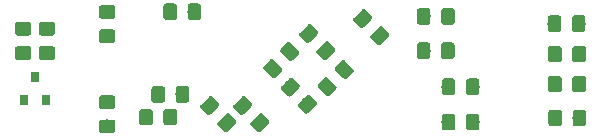
<source format=gbr>
G04 #@! TF.GenerationSoftware,KiCad,Pcbnew,(5.1.2-1)-1*
G04 #@! TF.CreationDate,2020-03-21T16:32:46+05:30*
G04 #@! TF.ProjectId,BluePill,426c7565-5069-46c6-9c2e-6b696361645f,rev?*
G04 #@! TF.SameCoordinates,Original*
G04 #@! TF.FileFunction,Paste,Bot*
G04 #@! TF.FilePolarity,Positive*
%FSLAX46Y46*%
G04 Gerber Fmt 4.6, Leading zero omitted, Abs format (unit mm)*
G04 Created by KiCad (PCBNEW (5.1.2-1)-1) date 2020-03-21 16:32:46*
%MOMM*%
%LPD*%
G04 APERTURE LIST*
%ADD10R,0.800000X0.900000*%
%ADD11C,0.100000*%
%ADD12C,1.150000*%
G04 APERTURE END LIST*
D10*
X14965200Y-23492000D03*
X14015200Y-25492000D03*
X15915200Y-25492000D03*
D11*
G36*
X61382005Y-20891204D02*
G01*
X61406273Y-20894804D01*
X61430072Y-20900765D01*
X61453171Y-20909030D01*
X61475350Y-20919520D01*
X61496393Y-20932132D01*
X61516099Y-20946747D01*
X61534277Y-20963223D01*
X61550753Y-20981401D01*
X61565368Y-21001107D01*
X61577980Y-21022150D01*
X61588470Y-21044329D01*
X61596735Y-21067428D01*
X61602696Y-21091227D01*
X61606296Y-21115495D01*
X61607500Y-21139999D01*
X61607500Y-22040001D01*
X61606296Y-22064505D01*
X61602696Y-22088773D01*
X61596735Y-22112572D01*
X61588470Y-22135671D01*
X61577980Y-22157850D01*
X61565368Y-22178893D01*
X61550753Y-22198599D01*
X61534277Y-22216777D01*
X61516099Y-22233253D01*
X61496393Y-22247868D01*
X61475350Y-22260480D01*
X61453171Y-22270970D01*
X61430072Y-22279235D01*
X61406273Y-22285196D01*
X61382005Y-22288796D01*
X61357501Y-22290000D01*
X60707499Y-22290000D01*
X60682995Y-22288796D01*
X60658727Y-22285196D01*
X60634928Y-22279235D01*
X60611829Y-22270970D01*
X60589650Y-22260480D01*
X60568607Y-22247868D01*
X60548901Y-22233253D01*
X60530723Y-22216777D01*
X60514247Y-22198599D01*
X60499632Y-22178893D01*
X60487020Y-22157850D01*
X60476530Y-22135671D01*
X60468265Y-22112572D01*
X60462304Y-22088773D01*
X60458704Y-22064505D01*
X60457500Y-22040001D01*
X60457500Y-21139999D01*
X60458704Y-21115495D01*
X60462304Y-21091227D01*
X60468265Y-21067428D01*
X60476530Y-21044329D01*
X60487020Y-21022150D01*
X60499632Y-21001107D01*
X60514247Y-20981401D01*
X60530723Y-20963223D01*
X60548901Y-20946747D01*
X60568607Y-20932132D01*
X60589650Y-20919520D01*
X60611829Y-20909030D01*
X60634928Y-20900765D01*
X60658727Y-20894804D01*
X60682995Y-20891204D01*
X60707499Y-20890000D01*
X61357501Y-20890000D01*
X61382005Y-20891204D01*
X61382005Y-20891204D01*
G37*
D12*
X61032500Y-21590000D03*
D11*
G36*
X59332005Y-20891204D02*
G01*
X59356273Y-20894804D01*
X59380072Y-20900765D01*
X59403171Y-20909030D01*
X59425350Y-20919520D01*
X59446393Y-20932132D01*
X59466099Y-20946747D01*
X59484277Y-20963223D01*
X59500753Y-20981401D01*
X59515368Y-21001107D01*
X59527980Y-21022150D01*
X59538470Y-21044329D01*
X59546735Y-21067428D01*
X59552696Y-21091227D01*
X59556296Y-21115495D01*
X59557500Y-21139999D01*
X59557500Y-22040001D01*
X59556296Y-22064505D01*
X59552696Y-22088773D01*
X59546735Y-22112572D01*
X59538470Y-22135671D01*
X59527980Y-22157850D01*
X59515368Y-22178893D01*
X59500753Y-22198599D01*
X59484277Y-22216777D01*
X59466099Y-22233253D01*
X59446393Y-22247868D01*
X59425350Y-22260480D01*
X59403171Y-22270970D01*
X59380072Y-22279235D01*
X59356273Y-22285196D01*
X59332005Y-22288796D01*
X59307501Y-22290000D01*
X58657499Y-22290000D01*
X58632995Y-22288796D01*
X58608727Y-22285196D01*
X58584928Y-22279235D01*
X58561829Y-22270970D01*
X58539650Y-22260480D01*
X58518607Y-22247868D01*
X58498901Y-22233253D01*
X58480723Y-22216777D01*
X58464247Y-22198599D01*
X58449632Y-22178893D01*
X58437020Y-22157850D01*
X58426530Y-22135671D01*
X58418265Y-22112572D01*
X58412304Y-22088773D01*
X58408704Y-22064505D01*
X58407500Y-22040001D01*
X58407500Y-21139999D01*
X58408704Y-21115495D01*
X58412304Y-21091227D01*
X58418265Y-21067428D01*
X58426530Y-21044329D01*
X58437020Y-21022150D01*
X58449632Y-21001107D01*
X58464247Y-20981401D01*
X58480723Y-20963223D01*
X58498901Y-20946747D01*
X58518607Y-20932132D01*
X58539650Y-20919520D01*
X58561829Y-20909030D01*
X58584928Y-20900765D01*
X58608727Y-20894804D01*
X58632995Y-20891204D01*
X58657499Y-20890000D01*
X59307501Y-20890000D01*
X59332005Y-20891204D01*
X59332005Y-20891204D01*
G37*
D12*
X58982500Y-21590000D03*
D11*
G36*
X29868108Y-25148412D02*
G01*
X29892376Y-25152012D01*
X29916175Y-25157973D01*
X29939274Y-25166238D01*
X29961453Y-25176728D01*
X29982496Y-25189340D01*
X30002202Y-25203955D01*
X30020380Y-25220431D01*
X30480001Y-25680052D01*
X30496477Y-25698230D01*
X30511092Y-25717936D01*
X30523704Y-25738979D01*
X30534194Y-25761158D01*
X30542459Y-25784257D01*
X30548420Y-25808056D01*
X30552020Y-25832324D01*
X30553224Y-25856828D01*
X30552020Y-25881332D01*
X30548420Y-25905600D01*
X30542459Y-25929399D01*
X30534194Y-25952498D01*
X30523704Y-25974677D01*
X30511092Y-25995720D01*
X30496477Y-26015426D01*
X30480001Y-26033604D01*
X29843604Y-26670001D01*
X29825426Y-26686477D01*
X29805720Y-26701092D01*
X29784677Y-26713704D01*
X29762498Y-26724194D01*
X29739399Y-26732459D01*
X29715600Y-26738420D01*
X29691332Y-26742020D01*
X29666828Y-26743224D01*
X29642324Y-26742020D01*
X29618056Y-26738420D01*
X29594257Y-26732459D01*
X29571158Y-26724194D01*
X29548979Y-26713704D01*
X29527936Y-26701092D01*
X29508230Y-26686477D01*
X29490052Y-26670001D01*
X29030431Y-26210380D01*
X29013955Y-26192202D01*
X28999340Y-26172496D01*
X28986728Y-26151453D01*
X28976238Y-26129274D01*
X28967973Y-26106175D01*
X28962012Y-26082376D01*
X28958412Y-26058108D01*
X28957208Y-26033604D01*
X28958412Y-26009100D01*
X28962012Y-25984832D01*
X28967973Y-25961033D01*
X28976238Y-25937934D01*
X28986728Y-25915755D01*
X28999340Y-25894712D01*
X29013955Y-25875006D01*
X29030431Y-25856828D01*
X29666828Y-25220431D01*
X29685006Y-25203955D01*
X29704712Y-25189340D01*
X29725755Y-25176728D01*
X29747934Y-25166238D01*
X29771033Y-25157973D01*
X29794832Y-25152012D01*
X29819100Y-25148412D01*
X29843604Y-25147208D01*
X29868108Y-25148412D01*
X29868108Y-25148412D01*
G37*
D12*
X29755216Y-25945216D03*
D11*
G36*
X31317676Y-26597980D02*
G01*
X31341944Y-26601580D01*
X31365743Y-26607541D01*
X31388842Y-26615806D01*
X31411021Y-26626296D01*
X31432064Y-26638908D01*
X31451770Y-26653523D01*
X31469948Y-26669999D01*
X31929569Y-27129620D01*
X31946045Y-27147798D01*
X31960660Y-27167504D01*
X31973272Y-27188547D01*
X31983762Y-27210726D01*
X31992027Y-27233825D01*
X31997988Y-27257624D01*
X32001588Y-27281892D01*
X32002792Y-27306396D01*
X32001588Y-27330900D01*
X31997988Y-27355168D01*
X31992027Y-27378967D01*
X31983762Y-27402066D01*
X31973272Y-27424245D01*
X31960660Y-27445288D01*
X31946045Y-27464994D01*
X31929569Y-27483172D01*
X31293172Y-28119569D01*
X31274994Y-28136045D01*
X31255288Y-28150660D01*
X31234245Y-28163272D01*
X31212066Y-28173762D01*
X31188967Y-28182027D01*
X31165168Y-28187988D01*
X31140900Y-28191588D01*
X31116396Y-28192792D01*
X31091892Y-28191588D01*
X31067624Y-28187988D01*
X31043825Y-28182027D01*
X31020726Y-28173762D01*
X30998547Y-28163272D01*
X30977504Y-28150660D01*
X30957798Y-28136045D01*
X30939620Y-28119569D01*
X30479999Y-27659948D01*
X30463523Y-27641770D01*
X30448908Y-27622064D01*
X30436296Y-27601021D01*
X30425806Y-27578842D01*
X30417541Y-27555743D01*
X30411580Y-27531944D01*
X30407980Y-27507676D01*
X30406776Y-27483172D01*
X30407980Y-27458668D01*
X30411580Y-27434400D01*
X30417541Y-27410601D01*
X30425806Y-27387502D01*
X30436296Y-27365323D01*
X30448908Y-27344280D01*
X30463523Y-27324574D01*
X30479999Y-27306396D01*
X31116396Y-26669999D01*
X31134574Y-26653523D01*
X31154280Y-26638908D01*
X31175323Y-26626296D01*
X31197502Y-26615806D01*
X31220601Y-26607541D01*
X31244400Y-26601580D01*
X31268668Y-26597980D01*
X31293172Y-26596776D01*
X31317676Y-26597980D01*
X31317676Y-26597980D01*
G37*
D12*
X31204784Y-27394784D03*
D11*
G36*
X61382005Y-23431204D02*
G01*
X61406273Y-23434804D01*
X61430072Y-23440765D01*
X61453171Y-23449030D01*
X61475350Y-23459520D01*
X61496393Y-23472132D01*
X61516099Y-23486747D01*
X61534277Y-23503223D01*
X61550753Y-23521401D01*
X61565368Y-23541107D01*
X61577980Y-23562150D01*
X61588470Y-23584329D01*
X61596735Y-23607428D01*
X61602696Y-23631227D01*
X61606296Y-23655495D01*
X61607500Y-23679999D01*
X61607500Y-24580001D01*
X61606296Y-24604505D01*
X61602696Y-24628773D01*
X61596735Y-24652572D01*
X61588470Y-24675671D01*
X61577980Y-24697850D01*
X61565368Y-24718893D01*
X61550753Y-24738599D01*
X61534277Y-24756777D01*
X61516099Y-24773253D01*
X61496393Y-24787868D01*
X61475350Y-24800480D01*
X61453171Y-24810970D01*
X61430072Y-24819235D01*
X61406273Y-24825196D01*
X61382005Y-24828796D01*
X61357501Y-24830000D01*
X60707499Y-24830000D01*
X60682995Y-24828796D01*
X60658727Y-24825196D01*
X60634928Y-24819235D01*
X60611829Y-24810970D01*
X60589650Y-24800480D01*
X60568607Y-24787868D01*
X60548901Y-24773253D01*
X60530723Y-24756777D01*
X60514247Y-24738599D01*
X60499632Y-24718893D01*
X60487020Y-24697850D01*
X60476530Y-24675671D01*
X60468265Y-24652572D01*
X60462304Y-24628773D01*
X60458704Y-24604505D01*
X60457500Y-24580001D01*
X60457500Y-23679999D01*
X60458704Y-23655495D01*
X60462304Y-23631227D01*
X60468265Y-23607428D01*
X60476530Y-23584329D01*
X60487020Y-23562150D01*
X60499632Y-23541107D01*
X60514247Y-23521401D01*
X60530723Y-23503223D01*
X60548901Y-23486747D01*
X60568607Y-23472132D01*
X60589650Y-23459520D01*
X60611829Y-23449030D01*
X60634928Y-23440765D01*
X60658727Y-23434804D01*
X60682995Y-23431204D01*
X60707499Y-23430000D01*
X61357501Y-23430000D01*
X61382005Y-23431204D01*
X61382005Y-23431204D01*
G37*
D12*
X61032500Y-24130000D03*
D11*
G36*
X59332005Y-23431204D02*
G01*
X59356273Y-23434804D01*
X59380072Y-23440765D01*
X59403171Y-23449030D01*
X59425350Y-23459520D01*
X59446393Y-23472132D01*
X59466099Y-23486747D01*
X59484277Y-23503223D01*
X59500753Y-23521401D01*
X59515368Y-23541107D01*
X59527980Y-23562150D01*
X59538470Y-23584329D01*
X59546735Y-23607428D01*
X59552696Y-23631227D01*
X59556296Y-23655495D01*
X59557500Y-23679999D01*
X59557500Y-24580001D01*
X59556296Y-24604505D01*
X59552696Y-24628773D01*
X59546735Y-24652572D01*
X59538470Y-24675671D01*
X59527980Y-24697850D01*
X59515368Y-24718893D01*
X59500753Y-24738599D01*
X59484277Y-24756777D01*
X59466099Y-24773253D01*
X59446393Y-24787868D01*
X59425350Y-24800480D01*
X59403171Y-24810970D01*
X59380072Y-24819235D01*
X59356273Y-24825196D01*
X59332005Y-24828796D01*
X59307501Y-24830000D01*
X58657499Y-24830000D01*
X58632995Y-24828796D01*
X58608727Y-24825196D01*
X58584928Y-24819235D01*
X58561829Y-24810970D01*
X58539650Y-24800480D01*
X58518607Y-24787868D01*
X58498901Y-24773253D01*
X58480723Y-24756777D01*
X58464247Y-24738599D01*
X58449632Y-24718893D01*
X58437020Y-24697850D01*
X58426530Y-24675671D01*
X58418265Y-24652572D01*
X58412304Y-24628773D01*
X58408704Y-24604505D01*
X58407500Y-24580001D01*
X58407500Y-23679999D01*
X58408704Y-23655495D01*
X58412304Y-23631227D01*
X58418265Y-23607428D01*
X58426530Y-23584329D01*
X58437020Y-23562150D01*
X58449632Y-23541107D01*
X58464247Y-23521401D01*
X58480723Y-23503223D01*
X58498901Y-23486747D01*
X58518607Y-23472132D01*
X58539650Y-23459520D01*
X58561829Y-23449030D01*
X58584928Y-23440765D01*
X58608727Y-23434804D01*
X58632995Y-23431204D01*
X58657499Y-23430000D01*
X59307501Y-23430000D01*
X59332005Y-23431204D01*
X59332005Y-23431204D01*
G37*
D12*
X58982500Y-24130000D03*
D11*
G36*
X32662108Y-25148412D02*
G01*
X32686376Y-25152012D01*
X32710175Y-25157973D01*
X32733274Y-25166238D01*
X32755453Y-25176728D01*
X32776496Y-25189340D01*
X32796202Y-25203955D01*
X32814380Y-25220431D01*
X33274001Y-25680052D01*
X33290477Y-25698230D01*
X33305092Y-25717936D01*
X33317704Y-25738979D01*
X33328194Y-25761158D01*
X33336459Y-25784257D01*
X33342420Y-25808056D01*
X33346020Y-25832324D01*
X33347224Y-25856828D01*
X33346020Y-25881332D01*
X33342420Y-25905600D01*
X33336459Y-25929399D01*
X33328194Y-25952498D01*
X33317704Y-25974677D01*
X33305092Y-25995720D01*
X33290477Y-26015426D01*
X33274001Y-26033604D01*
X32637604Y-26670001D01*
X32619426Y-26686477D01*
X32599720Y-26701092D01*
X32578677Y-26713704D01*
X32556498Y-26724194D01*
X32533399Y-26732459D01*
X32509600Y-26738420D01*
X32485332Y-26742020D01*
X32460828Y-26743224D01*
X32436324Y-26742020D01*
X32412056Y-26738420D01*
X32388257Y-26732459D01*
X32365158Y-26724194D01*
X32342979Y-26713704D01*
X32321936Y-26701092D01*
X32302230Y-26686477D01*
X32284052Y-26670001D01*
X31824431Y-26210380D01*
X31807955Y-26192202D01*
X31793340Y-26172496D01*
X31780728Y-26151453D01*
X31770238Y-26129274D01*
X31761973Y-26106175D01*
X31756012Y-26082376D01*
X31752412Y-26058108D01*
X31751208Y-26033604D01*
X31752412Y-26009100D01*
X31756012Y-25984832D01*
X31761973Y-25961033D01*
X31770238Y-25937934D01*
X31780728Y-25915755D01*
X31793340Y-25894712D01*
X31807955Y-25875006D01*
X31824431Y-25856828D01*
X32460828Y-25220431D01*
X32479006Y-25203955D01*
X32498712Y-25189340D01*
X32519755Y-25176728D01*
X32541934Y-25166238D01*
X32565033Y-25157973D01*
X32588832Y-25152012D01*
X32613100Y-25148412D01*
X32637604Y-25147208D01*
X32662108Y-25148412D01*
X32662108Y-25148412D01*
G37*
D12*
X32549216Y-25945216D03*
D11*
G36*
X34111676Y-26597980D02*
G01*
X34135944Y-26601580D01*
X34159743Y-26607541D01*
X34182842Y-26615806D01*
X34205021Y-26626296D01*
X34226064Y-26638908D01*
X34245770Y-26653523D01*
X34263948Y-26669999D01*
X34723569Y-27129620D01*
X34740045Y-27147798D01*
X34754660Y-27167504D01*
X34767272Y-27188547D01*
X34777762Y-27210726D01*
X34786027Y-27233825D01*
X34791988Y-27257624D01*
X34795588Y-27281892D01*
X34796792Y-27306396D01*
X34795588Y-27330900D01*
X34791988Y-27355168D01*
X34786027Y-27378967D01*
X34777762Y-27402066D01*
X34767272Y-27424245D01*
X34754660Y-27445288D01*
X34740045Y-27464994D01*
X34723569Y-27483172D01*
X34087172Y-28119569D01*
X34068994Y-28136045D01*
X34049288Y-28150660D01*
X34028245Y-28163272D01*
X34006066Y-28173762D01*
X33982967Y-28182027D01*
X33959168Y-28187988D01*
X33934900Y-28191588D01*
X33910396Y-28192792D01*
X33885892Y-28191588D01*
X33861624Y-28187988D01*
X33837825Y-28182027D01*
X33814726Y-28173762D01*
X33792547Y-28163272D01*
X33771504Y-28150660D01*
X33751798Y-28136045D01*
X33733620Y-28119569D01*
X33273999Y-27659948D01*
X33257523Y-27641770D01*
X33242908Y-27622064D01*
X33230296Y-27601021D01*
X33219806Y-27578842D01*
X33211541Y-27555743D01*
X33205580Y-27531944D01*
X33201980Y-27507676D01*
X33200776Y-27483172D01*
X33201980Y-27458668D01*
X33205580Y-27434400D01*
X33211541Y-27410601D01*
X33219806Y-27387502D01*
X33230296Y-27365323D01*
X33242908Y-27344280D01*
X33257523Y-27324574D01*
X33273999Y-27306396D01*
X33910396Y-26669999D01*
X33928574Y-26653523D01*
X33948280Y-26638908D01*
X33969323Y-26626296D01*
X33991502Y-26615806D01*
X34014601Y-26607541D01*
X34038400Y-26601580D01*
X34062668Y-26597980D01*
X34087172Y-26596776D01*
X34111676Y-26597980D01*
X34111676Y-26597980D01*
G37*
D12*
X33998784Y-27394784D03*
D11*
G36*
X21556505Y-25080204D02*
G01*
X21580773Y-25083804D01*
X21604572Y-25089765D01*
X21627671Y-25098030D01*
X21649850Y-25108520D01*
X21670893Y-25121132D01*
X21690599Y-25135747D01*
X21708777Y-25152223D01*
X21725253Y-25170401D01*
X21739868Y-25190107D01*
X21752480Y-25211150D01*
X21762970Y-25233329D01*
X21771235Y-25256428D01*
X21777196Y-25280227D01*
X21780796Y-25304495D01*
X21782000Y-25328999D01*
X21782000Y-25979001D01*
X21780796Y-26003505D01*
X21777196Y-26027773D01*
X21771235Y-26051572D01*
X21762970Y-26074671D01*
X21752480Y-26096850D01*
X21739868Y-26117893D01*
X21725253Y-26137599D01*
X21708777Y-26155777D01*
X21690599Y-26172253D01*
X21670893Y-26186868D01*
X21649850Y-26199480D01*
X21627671Y-26209970D01*
X21604572Y-26218235D01*
X21580773Y-26224196D01*
X21556505Y-26227796D01*
X21532001Y-26229000D01*
X20631999Y-26229000D01*
X20607495Y-26227796D01*
X20583227Y-26224196D01*
X20559428Y-26218235D01*
X20536329Y-26209970D01*
X20514150Y-26199480D01*
X20493107Y-26186868D01*
X20473401Y-26172253D01*
X20455223Y-26155777D01*
X20438747Y-26137599D01*
X20424132Y-26117893D01*
X20411520Y-26096850D01*
X20401030Y-26074671D01*
X20392765Y-26051572D01*
X20386804Y-26027773D01*
X20383204Y-26003505D01*
X20382000Y-25979001D01*
X20382000Y-25328999D01*
X20383204Y-25304495D01*
X20386804Y-25280227D01*
X20392765Y-25256428D01*
X20401030Y-25233329D01*
X20411520Y-25211150D01*
X20424132Y-25190107D01*
X20438747Y-25170401D01*
X20455223Y-25152223D01*
X20473401Y-25135747D01*
X20493107Y-25121132D01*
X20514150Y-25108520D01*
X20536329Y-25098030D01*
X20559428Y-25089765D01*
X20583227Y-25083804D01*
X20607495Y-25080204D01*
X20631999Y-25079000D01*
X21532001Y-25079000D01*
X21556505Y-25080204D01*
X21556505Y-25080204D01*
G37*
D12*
X21082000Y-25654000D03*
D11*
G36*
X21556505Y-27130204D02*
G01*
X21580773Y-27133804D01*
X21604572Y-27139765D01*
X21627671Y-27148030D01*
X21649850Y-27158520D01*
X21670893Y-27171132D01*
X21690599Y-27185747D01*
X21708777Y-27202223D01*
X21725253Y-27220401D01*
X21739868Y-27240107D01*
X21752480Y-27261150D01*
X21762970Y-27283329D01*
X21771235Y-27306428D01*
X21777196Y-27330227D01*
X21780796Y-27354495D01*
X21782000Y-27378999D01*
X21782000Y-28029001D01*
X21780796Y-28053505D01*
X21777196Y-28077773D01*
X21771235Y-28101572D01*
X21762970Y-28124671D01*
X21752480Y-28146850D01*
X21739868Y-28167893D01*
X21725253Y-28187599D01*
X21708777Y-28205777D01*
X21690599Y-28222253D01*
X21670893Y-28236868D01*
X21649850Y-28249480D01*
X21627671Y-28259970D01*
X21604572Y-28268235D01*
X21580773Y-28274196D01*
X21556505Y-28277796D01*
X21532001Y-28279000D01*
X20631999Y-28279000D01*
X20607495Y-28277796D01*
X20583227Y-28274196D01*
X20559428Y-28268235D01*
X20536329Y-28259970D01*
X20514150Y-28249480D01*
X20493107Y-28236868D01*
X20473401Y-28222253D01*
X20455223Y-28205777D01*
X20438747Y-28187599D01*
X20424132Y-28167893D01*
X20411520Y-28146850D01*
X20401030Y-28124671D01*
X20392765Y-28101572D01*
X20386804Y-28077773D01*
X20383204Y-28053505D01*
X20382000Y-28029001D01*
X20382000Y-27378999D01*
X20383204Y-27354495D01*
X20386804Y-27330227D01*
X20392765Y-27306428D01*
X20401030Y-27283329D01*
X20411520Y-27261150D01*
X20424132Y-27240107D01*
X20438747Y-27220401D01*
X20455223Y-27202223D01*
X20473401Y-27185747D01*
X20493107Y-27171132D01*
X20514150Y-27158520D01*
X20536329Y-27148030D01*
X20559428Y-27139765D01*
X20583227Y-27133804D01*
X20607495Y-27130204D01*
X20631999Y-27129000D01*
X21532001Y-27129000D01*
X21556505Y-27130204D01*
X21556505Y-27130204D01*
G37*
D12*
X21082000Y-27704000D03*
D11*
G36*
X21556505Y-19492204D02*
G01*
X21580773Y-19495804D01*
X21604572Y-19501765D01*
X21627671Y-19510030D01*
X21649850Y-19520520D01*
X21670893Y-19533132D01*
X21690599Y-19547747D01*
X21708777Y-19564223D01*
X21725253Y-19582401D01*
X21739868Y-19602107D01*
X21752480Y-19623150D01*
X21762970Y-19645329D01*
X21771235Y-19668428D01*
X21777196Y-19692227D01*
X21780796Y-19716495D01*
X21782000Y-19740999D01*
X21782000Y-20391001D01*
X21780796Y-20415505D01*
X21777196Y-20439773D01*
X21771235Y-20463572D01*
X21762970Y-20486671D01*
X21752480Y-20508850D01*
X21739868Y-20529893D01*
X21725253Y-20549599D01*
X21708777Y-20567777D01*
X21690599Y-20584253D01*
X21670893Y-20598868D01*
X21649850Y-20611480D01*
X21627671Y-20621970D01*
X21604572Y-20630235D01*
X21580773Y-20636196D01*
X21556505Y-20639796D01*
X21532001Y-20641000D01*
X20631999Y-20641000D01*
X20607495Y-20639796D01*
X20583227Y-20636196D01*
X20559428Y-20630235D01*
X20536329Y-20621970D01*
X20514150Y-20611480D01*
X20493107Y-20598868D01*
X20473401Y-20584253D01*
X20455223Y-20567777D01*
X20438747Y-20549599D01*
X20424132Y-20529893D01*
X20411520Y-20508850D01*
X20401030Y-20486671D01*
X20392765Y-20463572D01*
X20386804Y-20439773D01*
X20383204Y-20415505D01*
X20382000Y-20391001D01*
X20382000Y-19740999D01*
X20383204Y-19716495D01*
X20386804Y-19692227D01*
X20392765Y-19668428D01*
X20401030Y-19645329D01*
X20411520Y-19623150D01*
X20424132Y-19602107D01*
X20438747Y-19582401D01*
X20455223Y-19564223D01*
X20473401Y-19547747D01*
X20493107Y-19533132D01*
X20514150Y-19520520D01*
X20536329Y-19510030D01*
X20559428Y-19501765D01*
X20583227Y-19495804D01*
X20607495Y-19492204D01*
X20631999Y-19491000D01*
X21532001Y-19491000D01*
X21556505Y-19492204D01*
X21556505Y-19492204D01*
G37*
D12*
X21082000Y-20066000D03*
D11*
G36*
X21556505Y-17442204D02*
G01*
X21580773Y-17445804D01*
X21604572Y-17451765D01*
X21627671Y-17460030D01*
X21649850Y-17470520D01*
X21670893Y-17483132D01*
X21690599Y-17497747D01*
X21708777Y-17514223D01*
X21725253Y-17532401D01*
X21739868Y-17552107D01*
X21752480Y-17573150D01*
X21762970Y-17595329D01*
X21771235Y-17618428D01*
X21777196Y-17642227D01*
X21780796Y-17666495D01*
X21782000Y-17690999D01*
X21782000Y-18341001D01*
X21780796Y-18365505D01*
X21777196Y-18389773D01*
X21771235Y-18413572D01*
X21762970Y-18436671D01*
X21752480Y-18458850D01*
X21739868Y-18479893D01*
X21725253Y-18499599D01*
X21708777Y-18517777D01*
X21690599Y-18534253D01*
X21670893Y-18548868D01*
X21649850Y-18561480D01*
X21627671Y-18571970D01*
X21604572Y-18580235D01*
X21580773Y-18586196D01*
X21556505Y-18589796D01*
X21532001Y-18591000D01*
X20631999Y-18591000D01*
X20607495Y-18589796D01*
X20583227Y-18586196D01*
X20559428Y-18580235D01*
X20536329Y-18571970D01*
X20514150Y-18561480D01*
X20493107Y-18548868D01*
X20473401Y-18534253D01*
X20455223Y-18517777D01*
X20438747Y-18499599D01*
X20424132Y-18479893D01*
X20411520Y-18458850D01*
X20401030Y-18436671D01*
X20392765Y-18413572D01*
X20386804Y-18389773D01*
X20383204Y-18365505D01*
X20382000Y-18341001D01*
X20382000Y-17690999D01*
X20383204Y-17666495D01*
X20386804Y-17642227D01*
X20392765Y-17618428D01*
X20401030Y-17595329D01*
X20411520Y-17573150D01*
X20424132Y-17552107D01*
X20438747Y-17532401D01*
X20455223Y-17514223D01*
X20473401Y-17497747D01*
X20493107Y-17483132D01*
X20514150Y-17470520D01*
X20536329Y-17460030D01*
X20559428Y-17451765D01*
X20583227Y-17445804D01*
X20607495Y-17442204D01*
X20631999Y-17441000D01*
X21532001Y-17441000D01*
X21556505Y-17442204D01*
X21556505Y-17442204D01*
G37*
D12*
X21082000Y-18016000D03*
D11*
G36*
X61349505Y-18301204D02*
G01*
X61373773Y-18304804D01*
X61397572Y-18310765D01*
X61420671Y-18319030D01*
X61442850Y-18329520D01*
X61463893Y-18342132D01*
X61483599Y-18356747D01*
X61501777Y-18373223D01*
X61518253Y-18391401D01*
X61532868Y-18411107D01*
X61545480Y-18432150D01*
X61555970Y-18454329D01*
X61564235Y-18477428D01*
X61570196Y-18501227D01*
X61573796Y-18525495D01*
X61575000Y-18549999D01*
X61575000Y-19450001D01*
X61573796Y-19474505D01*
X61570196Y-19498773D01*
X61564235Y-19522572D01*
X61555970Y-19545671D01*
X61545480Y-19567850D01*
X61532868Y-19588893D01*
X61518253Y-19608599D01*
X61501777Y-19626777D01*
X61483599Y-19643253D01*
X61463893Y-19657868D01*
X61442850Y-19670480D01*
X61420671Y-19680970D01*
X61397572Y-19689235D01*
X61373773Y-19695196D01*
X61349505Y-19698796D01*
X61325001Y-19700000D01*
X60674999Y-19700000D01*
X60650495Y-19698796D01*
X60626227Y-19695196D01*
X60602428Y-19689235D01*
X60579329Y-19680970D01*
X60557150Y-19670480D01*
X60536107Y-19657868D01*
X60516401Y-19643253D01*
X60498223Y-19626777D01*
X60481747Y-19608599D01*
X60467132Y-19588893D01*
X60454520Y-19567850D01*
X60444030Y-19545671D01*
X60435765Y-19522572D01*
X60429804Y-19498773D01*
X60426204Y-19474505D01*
X60425000Y-19450001D01*
X60425000Y-18549999D01*
X60426204Y-18525495D01*
X60429804Y-18501227D01*
X60435765Y-18477428D01*
X60444030Y-18454329D01*
X60454520Y-18432150D01*
X60467132Y-18411107D01*
X60481747Y-18391401D01*
X60498223Y-18373223D01*
X60516401Y-18356747D01*
X60536107Y-18342132D01*
X60557150Y-18329520D01*
X60579329Y-18319030D01*
X60602428Y-18310765D01*
X60626227Y-18304804D01*
X60650495Y-18301204D01*
X60674999Y-18300000D01*
X61325001Y-18300000D01*
X61349505Y-18301204D01*
X61349505Y-18301204D01*
G37*
D12*
X61000000Y-19000000D03*
D11*
G36*
X59299505Y-18301204D02*
G01*
X59323773Y-18304804D01*
X59347572Y-18310765D01*
X59370671Y-18319030D01*
X59392850Y-18329520D01*
X59413893Y-18342132D01*
X59433599Y-18356747D01*
X59451777Y-18373223D01*
X59468253Y-18391401D01*
X59482868Y-18411107D01*
X59495480Y-18432150D01*
X59505970Y-18454329D01*
X59514235Y-18477428D01*
X59520196Y-18501227D01*
X59523796Y-18525495D01*
X59525000Y-18549999D01*
X59525000Y-19450001D01*
X59523796Y-19474505D01*
X59520196Y-19498773D01*
X59514235Y-19522572D01*
X59505970Y-19545671D01*
X59495480Y-19567850D01*
X59482868Y-19588893D01*
X59468253Y-19608599D01*
X59451777Y-19626777D01*
X59433599Y-19643253D01*
X59413893Y-19657868D01*
X59392850Y-19670480D01*
X59370671Y-19680970D01*
X59347572Y-19689235D01*
X59323773Y-19695196D01*
X59299505Y-19698796D01*
X59275001Y-19700000D01*
X58624999Y-19700000D01*
X58600495Y-19698796D01*
X58576227Y-19695196D01*
X58552428Y-19689235D01*
X58529329Y-19680970D01*
X58507150Y-19670480D01*
X58486107Y-19657868D01*
X58466401Y-19643253D01*
X58448223Y-19626777D01*
X58431747Y-19608599D01*
X58417132Y-19588893D01*
X58404520Y-19567850D01*
X58394030Y-19545671D01*
X58385765Y-19522572D01*
X58379804Y-19498773D01*
X58376204Y-19474505D01*
X58375000Y-19450001D01*
X58375000Y-18549999D01*
X58376204Y-18525495D01*
X58379804Y-18501227D01*
X58385765Y-18477428D01*
X58394030Y-18454329D01*
X58404520Y-18432150D01*
X58417132Y-18411107D01*
X58431747Y-18391401D01*
X58448223Y-18373223D01*
X58466401Y-18356747D01*
X58486107Y-18342132D01*
X58507150Y-18329520D01*
X58529329Y-18319030D01*
X58552428Y-18310765D01*
X58576227Y-18304804D01*
X58600495Y-18301204D01*
X58624999Y-18300000D01*
X59275001Y-18300000D01*
X59299505Y-18301204D01*
X59299505Y-18301204D01*
G37*
D12*
X58950000Y-19000000D03*
D11*
G36*
X61399505Y-26301204D02*
G01*
X61423773Y-26304804D01*
X61447572Y-26310765D01*
X61470671Y-26319030D01*
X61492850Y-26329520D01*
X61513893Y-26342132D01*
X61533599Y-26356747D01*
X61551777Y-26373223D01*
X61568253Y-26391401D01*
X61582868Y-26411107D01*
X61595480Y-26432150D01*
X61605970Y-26454329D01*
X61614235Y-26477428D01*
X61620196Y-26501227D01*
X61623796Y-26525495D01*
X61625000Y-26549999D01*
X61625000Y-27450001D01*
X61623796Y-27474505D01*
X61620196Y-27498773D01*
X61614235Y-27522572D01*
X61605970Y-27545671D01*
X61595480Y-27567850D01*
X61582868Y-27588893D01*
X61568253Y-27608599D01*
X61551777Y-27626777D01*
X61533599Y-27643253D01*
X61513893Y-27657868D01*
X61492850Y-27670480D01*
X61470671Y-27680970D01*
X61447572Y-27689235D01*
X61423773Y-27695196D01*
X61399505Y-27698796D01*
X61375001Y-27700000D01*
X60724999Y-27700000D01*
X60700495Y-27698796D01*
X60676227Y-27695196D01*
X60652428Y-27689235D01*
X60629329Y-27680970D01*
X60607150Y-27670480D01*
X60586107Y-27657868D01*
X60566401Y-27643253D01*
X60548223Y-27626777D01*
X60531747Y-27608599D01*
X60517132Y-27588893D01*
X60504520Y-27567850D01*
X60494030Y-27545671D01*
X60485765Y-27522572D01*
X60479804Y-27498773D01*
X60476204Y-27474505D01*
X60475000Y-27450001D01*
X60475000Y-26549999D01*
X60476204Y-26525495D01*
X60479804Y-26501227D01*
X60485765Y-26477428D01*
X60494030Y-26454329D01*
X60504520Y-26432150D01*
X60517132Y-26411107D01*
X60531747Y-26391401D01*
X60548223Y-26373223D01*
X60566401Y-26356747D01*
X60586107Y-26342132D01*
X60607150Y-26329520D01*
X60629329Y-26319030D01*
X60652428Y-26310765D01*
X60676227Y-26304804D01*
X60700495Y-26301204D01*
X60724999Y-26300000D01*
X61375001Y-26300000D01*
X61399505Y-26301204D01*
X61399505Y-26301204D01*
G37*
D12*
X61050000Y-27000000D03*
D11*
G36*
X59349505Y-26301204D02*
G01*
X59373773Y-26304804D01*
X59397572Y-26310765D01*
X59420671Y-26319030D01*
X59442850Y-26329520D01*
X59463893Y-26342132D01*
X59483599Y-26356747D01*
X59501777Y-26373223D01*
X59518253Y-26391401D01*
X59532868Y-26411107D01*
X59545480Y-26432150D01*
X59555970Y-26454329D01*
X59564235Y-26477428D01*
X59570196Y-26501227D01*
X59573796Y-26525495D01*
X59575000Y-26549999D01*
X59575000Y-27450001D01*
X59573796Y-27474505D01*
X59570196Y-27498773D01*
X59564235Y-27522572D01*
X59555970Y-27545671D01*
X59545480Y-27567850D01*
X59532868Y-27588893D01*
X59518253Y-27608599D01*
X59501777Y-27626777D01*
X59483599Y-27643253D01*
X59463893Y-27657868D01*
X59442850Y-27670480D01*
X59420671Y-27680970D01*
X59397572Y-27689235D01*
X59373773Y-27695196D01*
X59349505Y-27698796D01*
X59325001Y-27700000D01*
X58674999Y-27700000D01*
X58650495Y-27698796D01*
X58626227Y-27695196D01*
X58602428Y-27689235D01*
X58579329Y-27680970D01*
X58557150Y-27670480D01*
X58536107Y-27657868D01*
X58516401Y-27643253D01*
X58498223Y-27626777D01*
X58481747Y-27608599D01*
X58467132Y-27588893D01*
X58454520Y-27567850D01*
X58444030Y-27545671D01*
X58435765Y-27522572D01*
X58429804Y-27498773D01*
X58426204Y-27474505D01*
X58425000Y-27450001D01*
X58425000Y-26549999D01*
X58426204Y-26525495D01*
X58429804Y-26501227D01*
X58435765Y-26477428D01*
X58444030Y-26454329D01*
X58454520Y-26432150D01*
X58467132Y-26411107D01*
X58481747Y-26391401D01*
X58498223Y-26373223D01*
X58516401Y-26356747D01*
X58536107Y-26342132D01*
X58557150Y-26329520D01*
X58579329Y-26319030D01*
X58602428Y-26310765D01*
X58626227Y-26304804D01*
X58650495Y-26301204D01*
X58674999Y-26300000D01*
X59325001Y-26300000D01*
X59349505Y-26301204D01*
X59349505Y-26301204D01*
G37*
D12*
X59000000Y-27000000D03*
D11*
G36*
X28806505Y-17301204D02*
G01*
X28830773Y-17304804D01*
X28854572Y-17310765D01*
X28877671Y-17319030D01*
X28899850Y-17329520D01*
X28920893Y-17342132D01*
X28940599Y-17356747D01*
X28958777Y-17373223D01*
X28975253Y-17391401D01*
X28989868Y-17411107D01*
X29002480Y-17432150D01*
X29012970Y-17454329D01*
X29021235Y-17477428D01*
X29027196Y-17501227D01*
X29030796Y-17525495D01*
X29032000Y-17549999D01*
X29032000Y-18450001D01*
X29030796Y-18474505D01*
X29027196Y-18498773D01*
X29021235Y-18522572D01*
X29012970Y-18545671D01*
X29002480Y-18567850D01*
X28989868Y-18588893D01*
X28975253Y-18608599D01*
X28958777Y-18626777D01*
X28940599Y-18643253D01*
X28920893Y-18657868D01*
X28899850Y-18670480D01*
X28877671Y-18680970D01*
X28854572Y-18689235D01*
X28830773Y-18695196D01*
X28806505Y-18698796D01*
X28782001Y-18700000D01*
X28131999Y-18700000D01*
X28107495Y-18698796D01*
X28083227Y-18695196D01*
X28059428Y-18689235D01*
X28036329Y-18680970D01*
X28014150Y-18670480D01*
X27993107Y-18657868D01*
X27973401Y-18643253D01*
X27955223Y-18626777D01*
X27938747Y-18608599D01*
X27924132Y-18588893D01*
X27911520Y-18567850D01*
X27901030Y-18545671D01*
X27892765Y-18522572D01*
X27886804Y-18498773D01*
X27883204Y-18474505D01*
X27882000Y-18450001D01*
X27882000Y-17549999D01*
X27883204Y-17525495D01*
X27886804Y-17501227D01*
X27892765Y-17477428D01*
X27901030Y-17454329D01*
X27911520Y-17432150D01*
X27924132Y-17411107D01*
X27938747Y-17391401D01*
X27955223Y-17373223D01*
X27973401Y-17356747D01*
X27993107Y-17342132D01*
X28014150Y-17329520D01*
X28036329Y-17319030D01*
X28059428Y-17310765D01*
X28083227Y-17304804D01*
X28107495Y-17301204D01*
X28131999Y-17300000D01*
X28782001Y-17300000D01*
X28806505Y-17301204D01*
X28806505Y-17301204D01*
G37*
D12*
X28457000Y-18000000D03*
D11*
G36*
X26756505Y-17301204D02*
G01*
X26780773Y-17304804D01*
X26804572Y-17310765D01*
X26827671Y-17319030D01*
X26849850Y-17329520D01*
X26870893Y-17342132D01*
X26890599Y-17356747D01*
X26908777Y-17373223D01*
X26925253Y-17391401D01*
X26939868Y-17411107D01*
X26952480Y-17432150D01*
X26962970Y-17454329D01*
X26971235Y-17477428D01*
X26977196Y-17501227D01*
X26980796Y-17525495D01*
X26982000Y-17549999D01*
X26982000Y-18450001D01*
X26980796Y-18474505D01*
X26977196Y-18498773D01*
X26971235Y-18522572D01*
X26962970Y-18545671D01*
X26952480Y-18567850D01*
X26939868Y-18588893D01*
X26925253Y-18608599D01*
X26908777Y-18626777D01*
X26890599Y-18643253D01*
X26870893Y-18657868D01*
X26849850Y-18670480D01*
X26827671Y-18680970D01*
X26804572Y-18689235D01*
X26780773Y-18695196D01*
X26756505Y-18698796D01*
X26732001Y-18700000D01*
X26081999Y-18700000D01*
X26057495Y-18698796D01*
X26033227Y-18695196D01*
X26009428Y-18689235D01*
X25986329Y-18680970D01*
X25964150Y-18670480D01*
X25943107Y-18657868D01*
X25923401Y-18643253D01*
X25905223Y-18626777D01*
X25888747Y-18608599D01*
X25874132Y-18588893D01*
X25861520Y-18567850D01*
X25851030Y-18545671D01*
X25842765Y-18522572D01*
X25836804Y-18498773D01*
X25833204Y-18474505D01*
X25832000Y-18450001D01*
X25832000Y-17549999D01*
X25833204Y-17525495D01*
X25836804Y-17501227D01*
X25842765Y-17477428D01*
X25851030Y-17454329D01*
X25861520Y-17432150D01*
X25874132Y-17411107D01*
X25888747Y-17391401D01*
X25905223Y-17373223D01*
X25923401Y-17356747D01*
X25943107Y-17342132D01*
X25964150Y-17329520D01*
X25986329Y-17319030D01*
X26009428Y-17310765D01*
X26033227Y-17304804D01*
X26057495Y-17301204D01*
X26081999Y-17300000D01*
X26732001Y-17300000D01*
X26756505Y-17301204D01*
X26756505Y-17301204D01*
G37*
D12*
X26407000Y-18000000D03*
D11*
G36*
X27799505Y-24301204D02*
G01*
X27823773Y-24304804D01*
X27847572Y-24310765D01*
X27870671Y-24319030D01*
X27892850Y-24329520D01*
X27913893Y-24342132D01*
X27933599Y-24356747D01*
X27951777Y-24373223D01*
X27968253Y-24391401D01*
X27982868Y-24411107D01*
X27995480Y-24432150D01*
X28005970Y-24454329D01*
X28014235Y-24477428D01*
X28020196Y-24501227D01*
X28023796Y-24525495D01*
X28025000Y-24549999D01*
X28025000Y-25450001D01*
X28023796Y-25474505D01*
X28020196Y-25498773D01*
X28014235Y-25522572D01*
X28005970Y-25545671D01*
X27995480Y-25567850D01*
X27982868Y-25588893D01*
X27968253Y-25608599D01*
X27951777Y-25626777D01*
X27933599Y-25643253D01*
X27913893Y-25657868D01*
X27892850Y-25670480D01*
X27870671Y-25680970D01*
X27847572Y-25689235D01*
X27823773Y-25695196D01*
X27799505Y-25698796D01*
X27775001Y-25700000D01*
X27124999Y-25700000D01*
X27100495Y-25698796D01*
X27076227Y-25695196D01*
X27052428Y-25689235D01*
X27029329Y-25680970D01*
X27007150Y-25670480D01*
X26986107Y-25657868D01*
X26966401Y-25643253D01*
X26948223Y-25626777D01*
X26931747Y-25608599D01*
X26917132Y-25588893D01*
X26904520Y-25567850D01*
X26894030Y-25545671D01*
X26885765Y-25522572D01*
X26879804Y-25498773D01*
X26876204Y-25474505D01*
X26875000Y-25450001D01*
X26875000Y-24549999D01*
X26876204Y-24525495D01*
X26879804Y-24501227D01*
X26885765Y-24477428D01*
X26894030Y-24454329D01*
X26904520Y-24432150D01*
X26917132Y-24411107D01*
X26931747Y-24391401D01*
X26948223Y-24373223D01*
X26966401Y-24356747D01*
X26986107Y-24342132D01*
X27007150Y-24329520D01*
X27029329Y-24319030D01*
X27052428Y-24310765D01*
X27076227Y-24304804D01*
X27100495Y-24301204D01*
X27124999Y-24300000D01*
X27775001Y-24300000D01*
X27799505Y-24301204D01*
X27799505Y-24301204D01*
G37*
D12*
X27450000Y-25000000D03*
D11*
G36*
X25749505Y-24301204D02*
G01*
X25773773Y-24304804D01*
X25797572Y-24310765D01*
X25820671Y-24319030D01*
X25842850Y-24329520D01*
X25863893Y-24342132D01*
X25883599Y-24356747D01*
X25901777Y-24373223D01*
X25918253Y-24391401D01*
X25932868Y-24411107D01*
X25945480Y-24432150D01*
X25955970Y-24454329D01*
X25964235Y-24477428D01*
X25970196Y-24501227D01*
X25973796Y-24525495D01*
X25975000Y-24549999D01*
X25975000Y-25450001D01*
X25973796Y-25474505D01*
X25970196Y-25498773D01*
X25964235Y-25522572D01*
X25955970Y-25545671D01*
X25945480Y-25567850D01*
X25932868Y-25588893D01*
X25918253Y-25608599D01*
X25901777Y-25626777D01*
X25883599Y-25643253D01*
X25863893Y-25657868D01*
X25842850Y-25670480D01*
X25820671Y-25680970D01*
X25797572Y-25689235D01*
X25773773Y-25695196D01*
X25749505Y-25698796D01*
X25725001Y-25700000D01*
X25074999Y-25700000D01*
X25050495Y-25698796D01*
X25026227Y-25695196D01*
X25002428Y-25689235D01*
X24979329Y-25680970D01*
X24957150Y-25670480D01*
X24936107Y-25657868D01*
X24916401Y-25643253D01*
X24898223Y-25626777D01*
X24881747Y-25608599D01*
X24867132Y-25588893D01*
X24854520Y-25567850D01*
X24844030Y-25545671D01*
X24835765Y-25522572D01*
X24829804Y-25498773D01*
X24826204Y-25474505D01*
X24825000Y-25450001D01*
X24825000Y-24549999D01*
X24826204Y-24525495D01*
X24829804Y-24501227D01*
X24835765Y-24477428D01*
X24844030Y-24454329D01*
X24854520Y-24432150D01*
X24867132Y-24411107D01*
X24881747Y-24391401D01*
X24898223Y-24373223D01*
X24916401Y-24356747D01*
X24936107Y-24342132D01*
X24957150Y-24329520D01*
X24979329Y-24319030D01*
X25002428Y-24310765D01*
X25026227Y-24304804D01*
X25050495Y-24301204D01*
X25074999Y-24300000D01*
X25725001Y-24300000D01*
X25749505Y-24301204D01*
X25749505Y-24301204D01*
G37*
D12*
X25400000Y-25000000D03*
D11*
G36*
X24715505Y-26225204D02*
G01*
X24739773Y-26228804D01*
X24763572Y-26234765D01*
X24786671Y-26243030D01*
X24808850Y-26253520D01*
X24829893Y-26266132D01*
X24849599Y-26280747D01*
X24867777Y-26297223D01*
X24884253Y-26315401D01*
X24898868Y-26335107D01*
X24911480Y-26356150D01*
X24921970Y-26378329D01*
X24930235Y-26401428D01*
X24936196Y-26425227D01*
X24939796Y-26449495D01*
X24941000Y-26473999D01*
X24941000Y-27374001D01*
X24939796Y-27398505D01*
X24936196Y-27422773D01*
X24930235Y-27446572D01*
X24921970Y-27469671D01*
X24911480Y-27491850D01*
X24898868Y-27512893D01*
X24884253Y-27532599D01*
X24867777Y-27550777D01*
X24849599Y-27567253D01*
X24829893Y-27581868D01*
X24808850Y-27594480D01*
X24786671Y-27604970D01*
X24763572Y-27613235D01*
X24739773Y-27619196D01*
X24715505Y-27622796D01*
X24691001Y-27624000D01*
X24040999Y-27624000D01*
X24016495Y-27622796D01*
X23992227Y-27619196D01*
X23968428Y-27613235D01*
X23945329Y-27604970D01*
X23923150Y-27594480D01*
X23902107Y-27581868D01*
X23882401Y-27567253D01*
X23864223Y-27550777D01*
X23847747Y-27532599D01*
X23833132Y-27512893D01*
X23820520Y-27491850D01*
X23810030Y-27469671D01*
X23801765Y-27446572D01*
X23795804Y-27422773D01*
X23792204Y-27398505D01*
X23791000Y-27374001D01*
X23791000Y-26473999D01*
X23792204Y-26449495D01*
X23795804Y-26425227D01*
X23801765Y-26401428D01*
X23810030Y-26378329D01*
X23820520Y-26356150D01*
X23833132Y-26335107D01*
X23847747Y-26315401D01*
X23864223Y-26297223D01*
X23882401Y-26280747D01*
X23902107Y-26266132D01*
X23923150Y-26253520D01*
X23945329Y-26243030D01*
X23968428Y-26234765D01*
X23992227Y-26228804D01*
X24016495Y-26225204D01*
X24040999Y-26224000D01*
X24691001Y-26224000D01*
X24715505Y-26225204D01*
X24715505Y-26225204D01*
G37*
D12*
X24366000Y-26924000D03*
D11*
G36*
X26765505Y-26225204D02*
G01*
X26789773Y-26228804D01*
X26813572Y-26234765D01*
X26836671Y-26243030D01*
X26858850Y-26253520D01*
X26879893Y-26266132D01*
X26899599Y-26280747D01*
X26917777Y-26297223D01*
X26934253Y-26315401D01*
X26948868Y-26335107D01*
X26961480Y-26356150D01*
X26971970Y-26378329D01*
X26980235Y-26401428D01*
X26986196Y-26425227D01*
X26989796Y-26449495D01*
X26991000Y-26473999D01*
X26991000Y-27374001D01*
X26989796Y-27398505D01*
X26986196Y-27422773D01*
X26980235Y-27446572D01*
X26971970Y-27469671D01*
X26961480Y-27491850D01*
X26948868Y-27512893D01*
X26934253Y-27532599D01*
X26917777Y-27550777D01*
X26899599Y-27567253D01*
X26879893Y-27581868D01*
X26858850Y-27594480D01*
X26836671Y-27604970D01*
X26813572Y-27613235D01*
X26789773Y-27619196D01*
X26765505Y-27622796D01*
X26741001Y-27624000D01*
X26090999Y-27624000D01*
X26066495Y-27622796D01*
X26042227Y-27619196D01*
X26018428Y-27613235D01*
X25995329Y-27604970D01*
X25973150Y-27594480D01*
X25952107Y-27581868D01*
X25932401Y-27567253D01*
X25914223Y-27550777D01*
X25897747Y-27532599D01*
X25883132Y-27512893D01*
X25870520Y-27491850D01*
X25860030Y-27469671D01*
X25851765Y-27446572D01*
X25845804Y-27422773D01*
X25842204Y-27398505D01*
X25841000Y-27374001D01*
X25841000Y-26473999D01*
X25842204Y-26449495D01*
X25845804Y-26425227D01*
X25851765Y-26401428D01*
X25860030Y-26378329D01*
X25870520Y-26356150D01*
X25883132Y-26335107D01*
X25897747Y-26315401D01*
X25914223Y-26297223D01*
X25932401Y-26280747D01*
X25952107Y-26266132D01*
X25973150Y-26253520D01*
X25995329Y-26243030D01*
X26018428Y-26234765D01*
X26042227Y-26228804D01*
X26066495Y-26225204D01*
X26090999Y-26224000D01*
X26741001Y-26224000D01*
X26765505Y-26225204D01*
X26765505Y-26225204D01*
G37*
D12*
X26416000Y-26924000D03*
D11*
G36*
X52374505Y-23651204D02*
G01*
X52398773Y-23654804D01*
X52422572Y-23660765D01*
X52445671Y-23669030D01*
X52467850Y-23679520D01*
X52488893Y-23692132D01*
X52508599Y-23706747D01*
X52526777Y-23723223D01*
X52543253Y-23741401D01*
X52557868Y-23761107D01*
X52570480Y-23782150D01*
X52580970Y-23804329D01*
X52589235Y-23827428D01*
X52595196Y-23851227D01*
X52598796Y-23875495D01*
X52600000Y-23899999D01*
X52600000Y-24800001D01*
X52598796Y-24824505D01*
X52595196Y-24848773D01*
X52589235Y-24872572D01*
X52580970Y-24895671D01*
X52570480Y-24917850D01*
X52557868Y-24938893D01*
X52543253Y-24958599D01*
X52526777Y-24976777D01*
X52508599Y-24993253D01*
X52488893Y-25007868D01*
X52467850Y-25020480D01*
X52445671Y-25030970D01*
X52422572Y-25039235D01*
X52398773Y-25045196D01*
X52374505Y-25048796D01*
X52350001Y-25050000D01*
X51699999Y-25050000D01*
X51675495Y-25048796D01*
X51651227Y-25045196D01*
X51627428Y-25039235D01*
X51604329Y-25030970D01*
X51582150Y-25020480D01*
X51561107Y-25007868D01*
X51541401Y-24993253D01*
X51523223Y-24976777D01*
X51506747Y-24958599D01*
X51492132Y-24938893D01*
X51479520Y-24917850D01*
X51469030Y-24895671D01*
X51460765Y-24872572D01*
X51454804Y-24848773D01*
X51451204Y-24824505D01*
X51450000Y-24800001D01*
X51450000Y-23899999D01*
X51451204Y-23875495D01*
X51454804Y-23851227D01*
X51460765Y-23827428D01*
X51469030Y-23804329D01*
X51479520Y-23782150D01*
X51492132Y-23761107D01*
X51506747Y-23741401D01*
X51523223Y-23723223D01*
X51541401Y-23706747D01*
X51561107Y-23692132D01*
X51582150Y-23679520D01*
X51604329Y-23669030D01*
X51627428Y-23660765D01*
X51651227Y-23654804D01*
X51675495Y-23651204D01*
X51699999Y-23650000D01*
X52350001Y-23650000D01*
X52374505Y-23651204D01*
X52374505Y-23651204D01*
G37*
D12*
X52025000Y-24350000D03*
D11*
G36*
X50324505Y-23651204D02*
G01*
X50348773Y-23654804D01*
X50372572Y-23660765D01*
X50395671Y-23669030D01*
X50417850Y-23679520D01*
X50438893Y-23692132D01*
X50458599Y-23706747D01*
X50476777Y-23723223D01*
X50493253Y-23741401D01*
X50507868Y-23761107D01*
X50520480Y-23782150D01*
X50530970Y-23804329D01*
X50539235Y-23827428D01*
X50545196Y-23851227D01*
X50548796Y-23875495D01*
X50550000Y-23899999D01*
X50550000Y-24800001D01*
X50548796Y-24824505D01*
X50545196Y-24848773D01*
X50539235Y-24872572D01*
X50530970Y-24895671D01*
X50520480Y-24917850D01*
X50507868Y-24938893D01*
X50493253Y-24958599D01*
X50476777Y-24976777D01*
X50458599Y-24993253D01*
X50438893Y-25007868D01*
X50417850Y-25020480D01*
X50395671Y-25030970D01*
X50372572Y-25039235D01*
X50348773Y-25045196D01*
X50324505Y-25048796D01*
X50300001Y-25050000D01*
X49649999Y-25050000D01*
X49625495Y-25048796D01*
X49601227Y-25045196D01*
X49577428Y-25039235D01*
X49554329Y-25030970D01*
X49532150Y-25020480D01*
X49511107Y-25007868D01*
X49491401Y-24993253D01*
X49473223Y-24976777D01*
X49456747Y-24958599D01*
X49442132Y-24938893D01*
X49429520Y-24917850D01*
X49419030Y-24895671D01*
X49410765Y-24872572D01*
X49404804Y-24848773D01*
X49401204Y-24824505D01*
X49400000Y-24800001D01*
X49400000Y-23899999D01*
X49401204Y-23875495D01*
X49404804Y-23851227D01*
X49410765Y-23827428D01*
X49419030Y-23804329D01*
X49429520Y-23782150D01*
X49442132Y-23761107D01*
X49456747Y-23741401D01*
X49473223Y-23723223D01*
X49491401Y-23706747D01*
X49511107Y-23692132D01*
X49532150Y-23679520D01*
X49554329Y-23669030D01*
X49577428Y-23660765D01*
X49601227Y-23654804D01*
X49625495Y-23651204D01*
X49649999Y-23650000D01*
X50300001Y-23650000D01*
X50324505Y-23651204D01*
X50324505Y-23651204D01*
G37*
D12*
X49975000Y-24350000D03*
D11*
G36*
X52374505Y-26651204D02*
G01*
X52398773Y-26654804D01*
X52422572Y-26660765D01*
X52445671Y-26669030D01*
X52467850Y-26679520D01*
X52488893Y-26692132D01*
X52508599Y-26706747D01*
X52526777Y-26723223D01*
X52543253Y-26741401D01*
X52557868Y-26761107D01*
X52570480Y-26782150D01*
X52580970Y-26804329D01*
X52589235Y-26827428D01*
X52595196Y-26851227D01*
X52598796Y-26875495D01*
X52600000Y-26899999D01*
X52600000Y-27800001D01*
X52598796Y-27824505D01*
X52595196Y-27848773D01*
X52589235Y-27872572D01*
X52580970Y-27895671D01*
X52570480Y-27917850D01*
X52557868Y-27938893D01*
X52543253Y-27958599D01*
X52526777Y-27976777D01*
X52508599Y-27993253D01*
X52488893Y-28007868D01*
X52467850Y-28020480D01*
X52445671Y-28030970D01*
X52422572Y-28039235D01*
X52398773Y-28045196D01*
X52374505Y-28048796D01*
X52350001Y-28050000D01*
X51699999Y-28050000D01*
X51675495Y-28048796D01*
X51651227Y-28045196D01*
X51627428Y-28039235D01*
X51604329Y-28030970D01*
X51582150Y-28020480D01*
X51561107Y-28007868D01*
X51541401Y-27993253D01*
X51523223Y-27976777D01*
X51506747Y-27958599D01*
X51492132Y-27938893D01*
X51479520Y-27917850D01*
X51469030Y-27895671D01*
X51460765Y-27872572D01*
X51454804Y-27848773D01*
X51451204Y-27824505D01*
X51450000Y-27800001D01*
X51450000Y-26899999D01*
X51451204Y-26875495D01*
X51454804Y-26851227D01*
X51460765Y-26827428D01*
X51469030Y-26804329D01*
X51479520Y-26782150D01*
X51492132Y-26761107D01*
X51506747Y-26741401D01*
X51523223Y-26723223D01*
X51541401Y-26706747D01*
X51561107Y-26692132D01*
X51582150Y-26679520D01*
X51604329Y-26669030D01*
X51627428Y-26660765D01*
X51651227Y-26654804D01*
X51675495Y-26651204D01*
X51699999Y-26650000D01*
X52350001Y-26650000D01*
X52374505Y-26651204D01*
X52374505Y-26651204D01*
G37*
D12*
X52025000Y-27350000D03*
D11*
G36*
X50324505Y-26651204D02*
G01*
X50348773Y-26654804D01*
X50372572Y-26660765D01*
X50395671Y-26669030D01*
X50417850Y-26679520D01*
X50438893Y-26692132D01*
X50458599Y-26706747D01*
X50476777Y-26723223D01*
X50493253Y-26741401D01*
X50507868Y-26761107D01*
X50520480Y-26782150D01*
X50530970Y-26804329D01*
X50539235Y-26827428D01*
X50545196Y-26851227D01*
X50548796Y-26875495D01*
X50550000Y-26899999D01*
X50550000Y-27800001D01*
X50548796Y-27824505D01*
X50545196Y-27848773D01*
X50539235Y-27872572D01*
X50530970Y-27895671D01*
X50520480Y-27917850D01*
X50507868Y-27938893D01*
X50493253Y-27958599D01*
X50476777Y-27976777D01*
X50458599Y-27993253D01*
X50438893Y-28007868D01*
X50417850Y-28020480D01*
X50395671Y-28030970D01*
X50372572Y-28039235D01*
X50348773Y-28045196D01*
X50324505Y-28048796D01*
X50300001Y-28050000D01*
X49649999Y-28050000D01*
X49625495Y-28048796D01*
X49601227Y-28045196D01*
X49577428Y-28039235D01*
X49554329Y-28030970D01*
X49532150Y-28020480D01*
X49511107Y-28007868D01*
X49491401Y-27993253D01*
X49473223Y-27976777D01*
X49456747Y-27958599D01*
X49442132Y-27938893D01*
X49429520Y-27917850D01*
X49419030Y-27895671D01*
X49410765Y-27872572D01*
X49404804Y-27848773D01*
X49401204Y-27824505D01*
X49400000Y-27800001D01*
X49400000Y-26899999D01*
X49401204Y-26875495D01*
X49404804Y-26851227D01*
X49410765Y-26827428D01*
X49419030Y-26804329D01*
X49429520Y-26782150D01*
X49442132Y-26761107D01*
X49456747Y-26741401D01*
X49473223Y-26723223D01*
X49491401Y-26706747D01*
X49511107Y-26692132D01*
X49532150Y-26679520D01*
X49554329Y-26669030D01*
X49577428Y-26660765D01*
X49601227Y-26654804D01*
X49625495Y-26651204D01*
X49649999Y-26650000D01*
X50300001Y-26650000D01*
X50324505Y-26651204D01*
X50324505Y-26651204D01*
G37*
D12*
X49975000Y-27350000D03*
D11*
G36*
X48224505Y-17701204D02*
G01*
X48248773Y-17704804D01*
X48272572Y-17710765D01*
X48295671Y-17719030D01*
X48317850Y-17729520D01*
X48338893Y-17742132D01*
X48358599Y-17756747D01*
X48376777Y-17773223D01*
X48393253Y-17791401D01*
X48407868Y-17811107D01*
X48420480Y-17832150D01*
X48430970Y-17854329D01*
X48439235Y-17877428D01*
X48445196Y-17901227D01*
X48448796Y-17925495D01*
X48450000Y-17949999D01*
X48450000Y-18850001D01*
X48448796Y-18874505D01*
X48445196Y-18898773D01*
X48439235Y-18922572D01*
X48430970Y-18945671D01*
X48420480Y-18967850D01*
X48407868Y-18988893D01*
X48393253Y-19008599D01*
X48376777Y-19026777D01*
X48358599Y-19043253D01*
X48338893Y-19057868D01*
X48317850Y-19070480D01*
X48295671Y-19080970D01*
X48272572Y-19089235D01*
X48248773Y-19095196D01*
X48224505Y-19098796D01*
X48200001Y-19100000D01*
X47549999Y-19100000D01*
X47525495Y-19098796D01*
X47501227Y-19095196D01*
X47477428Y-19089235D01*
X47454329Y-19080970D01*
X47432150Y-19070480D01*
X47411107Y-19057868D01*
X47391401Y-19043253D01*
X47373223Y-19026777D01*
X47356747Y-19008599D01*
X47342132Y-18988893D01*
X47329520Y-18967850D01*
X47319030Y-18945671D01*
X47310765Y-18922572D01*
X47304804Y-18898773D01*
X47301204Y-18874505D01*
X47300000Y-18850001D01*
X47300000Y-17949999D01*
X47301204Y-17925495D01*
X47304804Y-17901227D01*
X47310765Y-17877428D01*
X47319030Y-17854329D01*
X47329520Y-17832150D01*
X47342132Y-17811107D01*
X47356747Y-17791401D01*
X47373223Y-17773223D01*
X47391401Y-17756747D01*
X47411107Y-17742132D01*
X47432150Y-17729520D01*
X47454329Y-17719030D01*
X47477428Y-17710765D01*
X47501227Y-17704804D01*
X47525495Y-17701204D01*
X47549999Y-17700000D01*
X48200001Y-17700000D01*
X48224505Y-17701204D01*
X48224505Y-17701204D01*
G37*
D12*
X47875000Y-18400000D03*
D11*
G36*
X50274505Y-17701204D02*
G01*
X50298773Y-17704804D01*
X50322572Y-17710765D01*
X50345671Y-17719030D01*
X50367850Y-17729520D01*
X50388893Y-17742132D01*
X50408599Y-17756747D01*
X50426777Y-17773223D01*
X50443253Y-17791401D01*
X50457868Y-17811107D01*
X50470480Y-17832150D01*
X50480970Y-17854329D01*
X50489235Y-17877428D01*
X50495196Y-17901227D01*
X50498796Y-17925495D01*
X50500000Y-17949999D01*
X50500000Y-18850001D01*
X50498796Y-18874505D01*
X50495196Y-18898773D01*
X50489235Y-18922572D01*
X50480970Y-18945671D01*
X50470480Y-18967850D01*
X50457868Y-18988893D01*
X50443253Y-19008599D01*
X50426777Y-19026777D01*
X50408599Y-19043253D01*
X50388893Y-19057868D01*
X50367850Y-19070480D01*
X50345671Y-19080970D01*
X50322572Y-19089235D01*
X50298773Y-19095196D01*
X50274505Y-19098796D01*
X50250001Y-19100000D01*
X49599999Y-19100000D01*
X49575495Y-19098796D01*
X49551227Y-19095196D01*
X49527428Y-19089235D01*
X49504329Y-19080970D01*
X49482150Y-19070480D01*
X49461107Y-19057868D01*
X49441401Y-19043253D01*
X49423223Y-19026777D01*
X49406747Y-19008599D01*
X49392132Y-18988893D01*
X49379520Y-18967850D01*
X49369030Y-18945671D01*
X49360765Y-18922572D01*
X49354804Y-18898773D01*
X49351204Y-18874505D01*
X49350000Y-18850001D01*
X49350000Y-17949999D01*
X49351204Y-17925495D01*
X49354804Y-17901227D01*
X49360765Y-17877428D01*
X49369030Y-17854329D01*
X49379520Y-17832150D01*
X49392132Y-17811107D01*
X49406747Y-17791401D01*
X49423223Y-17773223D01*
X49441401Y-17756747D01*
X49461107Y-17742132D01*
X49482150Y-17729520D01*
X49504329Y-17719030D01*
X49527428Y-17710765D01*
X49551227Y-17704804D01*
X49575495Y-17701204D01*
X49599999Y-17700000D01*
X50250001Y-17700000D01*
X50274505Y-17701204D01*
X50274505Y-17701204D01*
G37*
D12*
X49925000Y-18400000D03*
D11*
G36*
X48224505Y-20601204D02*
G01*
X48248773Y-20604804D01*
X48272572Y-20610765D01*
X48295671Y-20619030D01*
X48317850Y-20629520D01*
X48338893Y-20642132D01*
X48358599Y-20656747D01*
X48376777Y-20673223D01*
X48393253Y-20691401D01*
X48407868Y-20711107D01*
X48420480Y-20732150D01*
X48430970Y-20754329D01*
X48439235Y-20777428D01*
X48445196Y-20801227D01*
X48448796Y-20825495D01*
X48450000Y-20849999D01*
X48450000Y-21750001D01*
X48448796Y-21774505D01*
X48445196Y-21798773D01*
X48439235Y-21822572D01*
X48430970Y-21845671D01*
X48420480Y-21867850D01*
X48407868Y-21888893D01*
X48393253Y-21908599D01*
X48376777Y-21926777D01*
X48358599Y-21943253D01*
X48338893Y-21957868D01*
X48317850Y-21970480D01*
X48295671Y-21980970D01*
X48272572Y-21989235D01*
X48248773Y-21995196D01*
X48224505Y-21998796D01*
X48200001Y-22000000D01*
X47549999Y-22000000D01*
X47525495Y-21998796D01*
X47501227Y-21995196D01*
X47477428Y-21989235D01*
X47454329Y-21980970D01*
X47432150Y-21970480D01*
X47411107Y-21957868D01*
X47391401Y-21943253D01*
X47373223Y-21926777D01*
X47356747Y-21908599D01*
X47342132Y-21888893D01*
X47329520Y-21867850D01*
X47319030Y-21845671D01*
X47310765Y-21822572D01*
X47304804Y-21798773D01*
X47301204Y-21774505D01*
X47300000Y-21750001D01*
X47300000Y-20849999D01*
X47301204Y-20825495D01*
X47304804Y-20801227D01*
X47310765Y-20777428D01*
X47319030Y-20754329D01*
X47329520Y-20732150D01*
X47342132Y-20711107D01*
X47356747Y-20691401D01*
X47373223Y-20673223D01*
X47391401Y-20656747D01*
X47411107Y-20642132D01*
X47432150Y-20629520D01*
X47454329Y-20619030D01*
X47477428Y-20610765D01*
X47501227Y-20604804D01*
X47525495Y-20601204D01*
X47549999Y-20600000D01*
X48200001Y-20600000D01*
X48224505Y-20601204D01*
X48224505Y-20601204D01*
G37*
D12*
X47875000Y-21300000D03*
D11*
G36*
X50274505Y-20601204D02*
G01*
X50298773Y-20604804D01*
X50322572Y-20610765D01*
X50345671Y-20619030D01*
X50367850Y-20629520D01*
X50388893Y-20642132D01*
X50408599Y-20656747D01*
X50426777Y-20673223D01*
X50443253Y-20691401D01*
X50457868Y-20711107D01*
X50470480Y-20732150D01*
X50480970Y-20754329D01*
X50489235Y-20777428D01*
X50495196Y-20801227D01*
X50498796Y-20825495D01*
X50500000Y-20849999D01*
X50500000Y-21750001D01*
X50498796Y-21774505D01*
X50495196Y-21798773D01*
X50489235Y-21822572D01*
X50480970Y-21845671D01*
X50470480Y-21867850D01*
X50457868Y-21888893D01*
X50443253Y-21908599D01*
X50426777Y-21926777D01*
X50408599Y-21943253D01*
X50388893Y-21957868D01*
X50367850Y-21970480D01*
X50345671Y-21980970D01*
X50322572Y-21989235D01*
X50298773Y-21995196D01*
X50274505Y-21998796D01*
X50250001Y-22000000D01*
X49599999Y-22000000D01*
X49575495Y-21998796D01*
X49551227Y-21995196D01*
X49527428Y-21989235D01*
X49504329Y-21980970D01*
X49482150Y-21970480D01*
X49461107Y-21957868D01*
X49441401Y-21943253D01*
X49423223Y-21926777D01*
X49406747Y-21908599D01*
X49392132Y-21888893D01*
X49379520Y-21867850D01*
X49369030Y-21845671D01*
X49360765Y-21822572D01*
X49354804Y-21798773D01*
X49351204Y-21774505D01*
X49350000Y-21750001D01*
X49350000Y-20849999D01*
X49351204Y-20825495D01*
X49354804Y-20801227D01*
X49360765Y-20777428D01*
X49369030Y-20754329D01*
X49379520Y-20732150D01*
X49392132Y-20711107D01*
X49406747Y-20691401D01*
X49423223Y-20673223D01*
X49441401Y-20656747D01*
X49461107Y-20642132D01*
X49482150Y-20629520D01*
X49504329Y-20619030D01*
X49527428Y-20610765D01*
X49551227Y-20604804D01*
X49575495Y-20601204D01*
X49599999Y-20600000D01*
X50250001Y-20600000D01*
X50274505Y-20601204D01*
X50274505Y-20601204D01*
G37*
D12*
X49925000Y-21300000D03*
D11*
G36*
X42822108Y-17782412D02*
G01*
X42846376Y-17786012D01*
X42870175Y-17791973D01*
X42893274Y-17800238D01*
X42915453Y-17810728D01*
X42936496Y-17823340D01*
X42956202Y-17837955D01*
X42974380Y-17854431D01*
X43434001Y-18314052D01*
X43450477Y-18332230D01*
X43465092Y-18351936D01*
X43477704Y-18372979D01*
X43488194Y-18395158D01*
X43496459Y-18418257D01*
X43502420Y-18442056D01*
X43506020Y-18466324D01*
X43507224Y-18490828D01*
X43506020Y-18515332D01*
X43502420Y-18539600D01*
X43496459Y-18563399D01*
X43488194Y-18586498D01*
X43477704Y-18608677D01*
X43465092Y-18629720D01*
X43450477Y-18649426D01*
X43434001Y-18667604D01*
X42797604Y-19304001D01*
X42779426Y-19320477D01*
X42759720Y-19335092D01*
X42738677Y-19347704D01*
X42716498Y-19358194D01*
X42693399Y-19366459D01*
X42669600Y-19372420D01*
X42645332Y-19376020D01*
X42620828Y-19377224D01*
X42596324Y-19376020D01*
X42572056Y-19372420D01*
X42548257Y-19366459D01*
X42525158Y-19358194D01*
X42502979Y-19347704D01*
X42481936Y-19335092D01*
X42462230Y-19320477D01*
X42444052Y-19304001D01*
X41984431Y-18844380D01*
X41967955Y-18826202D01*
X41953340Y-18806496D01*
X41940728Y-18785453D01*
X41930238Y-18763274D01*
X41921973Y-18740175D01*
X41916012Y-18716376D01*
X41912412Y-18692108D01*
X41911208Y-18667604D01*
X41912412Y-18643100D01*
X41916012Y-18618832D01*
X41921973Y-18595033D01*
X41930238Y-18571934D01*
X41940728Y-18549755D01*
X41953340Y-18528712D01*
X41967955Y-18509006D01*
X41984431Y-18490828D01*
X42620828Y-17854431D01*
X42639006Y-17837955D01*
X42658712Y-17823340D01*
X42679755Y-17810728D01*
X42701934Y-17800238D01*
X42725033Y-17791973D01*
X42748832Y-17786012D01*
X42773100Y-17782412D01*
X42797604Y-17781208D01*
X42822108Y-17782412D01*
X42822108Y-17782412D01*
G37*
D12*
X42709216Y-18579216D03*
D11*
G36*
X44271676Y-19231980D02*
G01*
X44295944Y-19235580D01*
X44319743Y-19241541D01*
X44342842Y-19249806D01*
X44365021Y-19260296D01*
X44386064Y-19272908D01*
X44405770Y-19287523D01*
X44423948Y-19303999D01*
X44883569Y-19763620D01*
X44900045Y-19781798D01*
X44914660Y-19801504D01*
X44927272Y-19822547D01*
X44937762Y-19844726D01*
X44946027Y-19867825D01*
X44951988Y-19891624D01*
X44955588Y-19915892D01*
X44956792Y-19940396D01*
X44955588Y-19964900D01*
X44951988Y-19989168D01*
X44946027Y-20012967D01*
X44937762Y-20036066D01*
X44927272Y-20058245D01*
X44914660Y-20079288D01*
X44900045Y-20098994D01*
X44883569Y-20117172D01*
X44247172Y-20753569D01*
X44228994Y-20770045D01*
X44209288Y-20784660D01*
X44188245Y-20797272D01*
X44166066Y-20807762D01*
X44142967Y-20816027D01*
X44119168Y-20821988D01*
X44094900Y-20825588D01*
X44070396Y-20826792D01*
X44045892Y-20825588D01*
X44021624Y-20821988D01*
X43997825Y-20816027D01*
X43974726Y-20807762D01*
X43952547Y-20797272D01*
X43931504Y-20784660D01*
X43911798Y-20770045D01*
X43893620Y-20753569D01*
X43433999Y-20293948D01*
X43417523Y-20275770D01*
X43402908Y-20256064D01*
X43390296Y-20235021D01*
X43379806Y-20212842D01*
X43371541Y-20189743D01*
X43365580Y-20165944D01*
X43361980Y-20141676D01*
X43360776Y-20117172D01*
X43361980Y-20092668D01*
X43365580Y-20068400D01*
X43371541Y-20044601D01*
X43379806Y-20021502D01*
X43390296Y-19999323D01*
X43402908Y-19978280D01*
X43417523Y-19958574D01*
X43433999Y-19940396D01*
X44070396Y-19303999D01*
X44088574Y-19287523D01*
X44108280Y-19272908D01*
X44129323Y-19260296D01*
X44151502Y-19249806D01*
X44174601Y-19241541D01*
X44198400Y-19235580D01*
X44222668Y-19231980D01*
X44247172Y-19230776D01*
X44271676Y-19231980D01*
X44271676Y-19231980D01*
G37*
D12*
X44158784Y-20028784D03*
D11*
G36*
X38138460Y-25036764D02*
G01*
X38162728Y-25040364D01*
X38186527Y-25046325D01*
X38209626Y-25054590D01*
X38231805Y-25065080D01*
X38252848Y-25077692D01*
X38272554Y-25092307D01*
X38290732Y-25108783D01*
X38750353Y-25568404D01*
X38766829Y-25586582D01*
X38781444Y-25606288D01*
X38794056Y-25627331D01*
X38804546Y-25649510D01*
X38812811Y-25672609D01*
X38818772Y-25696408D01*
X38822372Y-25720676D01*
X38823576Y-25745180D01*
X38822372Y-25769684D01*
X38818772Y-25793952D01*
X38812811Y-25817751D01*
X38804546Y-25840850D01*
X38794056Y-25863029D01*
X38781444Y-25884072D01*
X38766829Y-25903778D01*
X38750353Y-25921956D01*
X38113956Y-26558353D01*
X38095778Y-26574829D01*
X38076072Y-26589444D01*
X38055029Y-26602056D01*
X38032850Y-26612546D01*
X38009751Y-26620811D01*
X37985952Y-26626772D01*
X37961684Y-26630372D01*
X37937180Y-26631576D01*
X37912676Y-26630372D01*
X37888408Y-26626772D01*
X37864609Y-26620811D01*
X37841510Y-26612546D01*
X37819331Y-26602056D01*
X37798288Y-26589444D01*
X37778582Y-26574829D01*
X37760404Y-26558353D01*
X37300783Y-26098732D01*
X37284307Y-26080554D01*
X37269692Y-26060848D01*
X37257080Y-26039805D01*
X37246590Y-26017626D01*
X37238325Y-25994527D01*
X37232364Y-25970728D01*
X37228764Y-25946460D01*
X37227560Y-25921956D01*
X37228764Y-25897452D01*
X37232364Y-25873184D01*
X37238325Y-25849385D01*
X37246590Y-25826286D01*
X37257080Y-25804107D01*
X37269692Y-25783064D01*
X37284307Y-25763358D01*
X37300783Y-25745180D01*
X37937180Y-25108783D01*
X37955358Y-25092307D01*
X37975064Y-25077692D01*
X37996107Y-25065080D01*
X38018286Y-25054590D01*
X38041385Y-25046325D01*
X38065184Y-25040364D01*
X38089452Y-25036764D01*
X38113956Y-25035560D01*
X38138460Y-25036764D01*
X38138460Y-25036764D01*
G37*
D12*
X38025568Y-25833568D03*
D11*
G36*
X36688892Y-23587196D02*
G01*
X36713160Y-23590796D01*
X36736959Y-23596757D01*
X36760058Y-23605022D01*
X36782237Y-23615512D01*
X36803280Y-23628124D01*
X36822986Y-23642739D01*
X36841164Y-23659215D01*
X37300785Y-24118836D01*
X37317261Y-24137014D01*
X37331876Y-24156720D01*
X37344488Y-24177763D01*
X37354978Y-24199942D01*
X37363243Y-24223041D01*
X37369204Y-24246840D01*
X37372804Y-24271108D01*
X37374008Y-24295612D01*
X37372804Y-24320116D01*
X37369204Y-24344384D01*
X37363243Y-24368183D01*
X37354978Y-24391282D01*
X37344488Y-24413461D01*
X37331876Y-24434504D01*
X37317261Y-24454210D01*
X37300785Y-24472388D01*
X36664388Y-25108785D01*
X36646210Y-25125261D01*
X36626504Y-25139876D01*
X36605461Y-25152488D01*
X36583282Y-25162978D01*
X36560183Y-25171243D01*
X36536384Y-25177204D01*
X36512116Y-25180804D01*
X36487612Y-25182008D01*
X36463108Y-25180804D01*
X36438840Y-25177204D01*
X36415041Y-25171243D01*
X36391942Y-25162978D01*
X36369763Y-25152488D01*
X36348720Y-25139876D01*
X36329014Y-25125261D01*
X36310836Y-25108785D01*
X35851215Y-24649164D01*
X35834739Y-24630986D01*
X35820124Y-24611280D01*
X35807512Y-24590237D01*
X35797022Y-24568058D01*
X35788757Y-24544959D01*
X35782796Y-24521160D01*
X35779196Y-24496892D01*
X35777992Y-24472388D01*
X35779196Y-24447884D01*
X35782796Y-24423616D01*
X35788757Y-24399817D01*
X35797022Y-24376718D01*
X35807512Y-24354539D01*
X35820124Y-24333496D01*
X35834739Y-24313790D01*
X35851215Y-24295612D01*
X36487612Y-23659215D01*
X36505790Y-23642739D01*
X36525496Y-23628124D01*
X36546539Y-23615512D01*
X36568718Y-23605022D01*
X36591817Y-23596757D01*
X36615616Y-23590796D01*
X36639884Y-23587196D01*
X36664388Y-23585992D01*
X36688892Y-23587196D01*
X36688892Y-23587196D01*
G37*
D12*
X36576000Y-24384000D03*
D11*
G36*
X35025332Y-22025980D02*
G01*
X35049600Y-22029580D01*
X35073399Y-22035541D01*
X35096498Y-22043806D01*
X35118677Y-22054296D01*
X35139720Y-22066908D01*
X35159426Y-22081523D01*
X35177604Y-22097999D01*
X35814001Y-22734396D01*
X35830477Y-22752574D01*
X35845092Y-22772280D01*
X35857704Y-22793323D01*
X35868194Y-22815502D01*
X35876459Y-22838601D01*
X35882420Y-22862400D01*
X35886020Y-22886668D01*
X35887224Y-22911172D01*
X35886020Y-22935676D01*
X35882420Y-22959944D01*
X35876459Y-22983743D01*
X35868194Y-23006842D01*
X35857704Y-23029021D01*
X35845092Y-23050064D01*
X35830477Y-23069770D01*
X35814001Y-23087948D01*
X35354380Y-23547569D01*
X35336202Y-23564045D01*
X35316496Y-23578660D01*
X35295453Y-23591272D01*
X35273274Y-23601762D01*
X35250175Y-23610027D01*
X35226376Y-23615988D01*
X35202108Y-23619588D01*
X35177604Y-23620792D01*
X35153100Y-23619588D01*
X35128832Y-23615988D01*
X35105033Y-23610027D01*
X35081934Y-23601762D01*
X35059755Y-23591272D01*
X35038712Y-23578660D01*
X35019006Y-23564045D01*
X35000828Y-23547569D01*
X34364431Y-22911172D01*
X34347955Y-22892994D01*
X34333340Y-22873288D01*
X34320728Y-22852245D01*
X34310238Y-22830066D01*
X34301973Y-22806967D01*
X34296012Y-22783168D01*
X34292412Y-22758900D01*
X34291208Y-22734396D01*
X34292412Y-22709892D01*
X34296012Y-22685624D01*
X34301973Y-22661825D01*
X34310238Y-22638726D01*
X34320728Y-22616547D01*
X34333340Y-22595504D01*
X34347955Y-22575798D01*
X34364431Y-22557620D01*
X34824052Y-22097999D01*
X34842230Y-22081523D01*
X34861936Y-22066908D01*
X34882979Y-22054296D01*
X34905158Y-22043806D01*
X34928257Y-22035541D01*
X34952056Y-22029580D01*
X34976324Y-22025980D01*
X35000828Y-22024776D01*
X35025332Y-22025980D01*
X35025332Y-22025980D01*
G37*
D12*
X35089216Y-22822784D03*
D11*
G36*
X36474900Y-20576412D02*
G01*
X36499168Y-20580012D01*
X36522967Y-20585973D01*
X36546066Y-20594238D01*
X36568245Y-20604728D01*
X36589288Y-20617340D01*
X36608994Y-20631955D01*
X36627172Y-20648431D01*
X37263569Y-21284828D01*
X37280045Y-21303006D01*
X37294660Y-21322712D01*
X37307272Y-21343755D01*
X37317762Y-21365934D01*
X37326027Y-21389033D01*
X37331988Y-21412832D01*
X37335588Y-21437100D01*
X37336792Y-21461604D01*
X37335588Y-21486108D01*
X37331988Y-21510376D01*
X37326027Y-21534175D01*
X37317762Y-21557274D01*
X37307272Y-21579453D01*
X37294660Y-21600496D01*
X37280045Y-21620202D01*
X37263569Y-21638380D01*
X36803948Y-22098001D01*
X36785770Y-22114477D01*
X36766064Y-22129092D01*
X36745021Y-22141704D01*
X36722842Y-22152194D01*
X36699743Y-22160459D01*
X36675944Y-22166420D01*
X36651676Y-22170020D01*
X36627172Y-22171224D01*
X36602668Y-22170020D01*
X36578400Y-22166420D01*
X36554601Y-22160459D01*
X36531502Y-22152194D01*
X36509323Y-22141704D01*
X36488280Y-22129092D01*
X36468574Y-22114477D01*
X36450396Y-22098001D01*
X35813999Y-21461604D01*
X35797523Y-21443426D01*
X35782908Y-21423720D01*
X35770296Y-21402677D01*
X35759806Y-21380498D01*
X35751541Y-21357399D01*
X35745580Y-21333600D01*
X35741980Y-21309332D01*
X35740776Y-21284828D01*
X35741980Y-21260324D01*
X35745580Y-21236056D01*
X35751541Y-21212257D01*
X35759806Y-21189158D01*
X35770296Y-21166979D01*
X35782908Y-21145936D01*
X35797523Y-21126230D01*
X35813999Y-21108052D01*
X36273620Y-20648431D01*
X36291798Y-20631955D01*
X36311504Y-20617340D01*
X36332547Y-20604728D01*
X36354726Y-20594238D01*
X36377825Y-20585973D01*
X36401624Y-20580012D01*
X36425892Y-20576412D01*
X36450396Y-20575208D01*
X36474900Y-20576412D01*
X36474900Y-20576412D01*
G37*
D12*
X36538784Y-21373216D03*
D11*
G36*
X41084116Y-22100412D02*
G01*
X41108384Y-22104012D01*
X41132183Y-22109973D01*
X41155282Y-22118238D01*
X41177461Y-22128728D01*
X41198504Y-22141340D01*
X41218210Y-22155955D01*
X41236388Y-22172431D01*
X41872785Y-22808828D01*
X41889261Y-22827006D01*
X41903876Y-22846712D01*
X41916488Y-22867755D01*
X41926978Y-22889934D01*
X41935243Y-22913033D01*
X41941204Y-22936832D01*
X41944804Y-22961100D01*
X41946008Y-22985604D01*
X41944804Y-23010108D01*
X41941204Y-23034376D01*
X41935243Y-23058175D01*
X41926978Y-23081274D01*
X41916488Y-23103453D01*
X41903876Y-23124496D01*
X41889261Y-23144202D01*
X41872785Y-23162380D01*
X41413164Y-23622001D01*
X41394986Y-23638477D01*
X41375280Y-23653092D01*
X41354237Y-23665704D01*
X41332058Y-23676194D01*
X41308959Y-23684459D01*
X41285160Y-23690420D01*
X41260892Y-23694020D01*
X41236388Y-23695224D01*
X41211884Y-23694020D01*
X41187616Y-23690420D01*
X41163817Y-23684459D01*
X41140718Y-23676194D01*
X41118539Y-23665704D01*
X41097496Y-23653092D01*
X41077790Y-23638477D01*
X41059612Y-23622001D01*
X40423215Y-22985604D01*
X40406739Y-22967426D01*
X40392124Y-22947720D01*
X40379512Y-22926677D01*
X40369022Y-22904498D01*
X40360757Y-22881399D01*
X40354796Y-22857600D01*
X40351196Y-22833332D01*
X40349992Y-22808828D01*
X40351196Y-22784324D01*
X40354796Y-22760056D01*
X40360757Y-22736257D01*
X40369022Y-22713158D01*
X40379512Y-22690979D01*
X40392124Y-22669936D01*
X40406739Y-22650230D01*
X40423215Y-22632052D01*
X40882836Y-22172431D01*
X40901014Y-22155955D01*
X40920720Y-22141340D01*
X40941763Y-22128728D01*
X40963942Y-22118238D01*
X40987041Y-22109973D01*
X41010840Y-22104012D01*
X41035108Y-22100412D01*
X41059612Y-22099208D01*
X41084116Y-22100412D01*
X41084116Y-22100412D01*
G37*
D12*
X41148000Y-22897216D03*
D11*
G36*
X39634548Y-23549980D02*
G01*
X39658816Y-23553580D01*
X39682615Y-23559541D01*
X39705714Y-23567806D01*
X39727893Y-23578296D01*
X39748936Y-23590908D01*
X39768642Y-23605523D01*
X39786820Y-23621999D01*
X40423217Y-24258396D01*
X40439693Y-24276574D01*
X40454308Y-24296280D01*
X40466920Y-24317323D01*
X40477410Y-24339502D01*
X40485675Y-24362601D01*
X40491636Y-24386400D01*
X40495236Y-24410668D01*
X40496440Y-24435172D01*
X40495236Y-24459676D01*
X40491636Y-24483944D01*
X40485675Y-24507743D01*
X40477410Y-24530842D01*
X40466920Y-24553021D01*
X40454308Y-24574064D01*
X40439693Y-24593770D01*
X40423217Y-24611948D01*
X39963596Y-25071569D01*
X39945418Y-25088045D01*
X39925712Y-25102660D01*
X39904669Y-25115272D01*
X39882490Y-25125762D01*
X39859391Y-25134027D01*
X39835592Y-25139988D01*
X39811324Y-25143588D01*
X39786820Y-25144792D01*
X39762316Y-25143588D01*
X39738048Y-25139988D01*
X39714249Y-25134027D01*
X39691150Y-25125762D01*
X39668971Y-25115272D01*
X39647928Y-25102660D01*
X39628222Y-25088045D01*
X39610044Y-25071569D01*
X38973647Y-24435172D01*
X38957171Y-24416994D01*
X38942556Y-24397288D01*
X38929944Y-24376245D01*
X38919454Y-24354066D01*
X38911189Y-24330967D01*
X38905228Y-24307168D01*
X38901628Y-24282900D01*
X38900424Y-24258396D01*
X38901628Y-24233892D01*
X38905228Y-24209624D01*
X38911189Y-24185825D01*
X38919454Y-24162726D01*
X38929944Y-24140547D01*
X38942556Y-24119504D01*
X38957171Y-24099798D01*
X38973647Y-24081620D01*
X39433268Y-23621999D01*
X39451446Y-23605523D01*
X39471152Y-23590908D01*
X39492195Y-23578296D01*
X39514374Y-23567806D01*
X39537473Y-23559541D01*
X39561272Y-23553580D01*
X39585540Y-23549980D01*
X39610044Y-23548776D01*
X39634548Y-23549980D01*
X39634548Y-23549980D01*
G37*
D12*
X39698432Y-24346784D03*
D11*
G36*
X38250108Y-19052412D02*
G01*
X38274376Y-19056012D01*
X38298175Y-19061973D01*
X38321274Y-19070238D01*
X38343453Y-19080728D01*
X38364496Y-19093340D01*
X38384202Y-19107955D01*
X38402380Y-19124431D01*
X38862001Y-19584052D01*
X38878477Y-19602230D01*
X38893092Y-19621936D01*
X38905704Y-19642979D01*
X38916194Y-19665158D01*
X38924459Y-19688257D01*
X38930420Y-19712056D01*
X38934020Y-19736324D01*
X38935224Y-19760828D01*
X38934020Y-19785332D01*
X38930420Y-19809600D01*
X38924459Y-19833399D01*
X38916194Y-19856498D01*
X38905704Y-19878677D01*
X38893092Y-19899720D01*
X38878477Y-19919426D01*
X38862001Y-19937604D01*
X38225604Y-20574001D01*
X38207426Y-20590477D01*
X38187720Y-20605092D01*
X38166677Y-20617704D01*
X38144498Y-20628194D01*
X38121399Y-20636459D01*
X38097600Y-20642420D01*
X38073332Y-20646020D01*
X38048828Y-20647224D01*
X38024324Y-20646020D01*
X38000056Y-20642420D01*
X37976257Y-20636459D01*
X37953158Y-20628194D01*
X37930979Y-20617704D01*
X37909936Y-20605092D01*
X37890230Y-20590477D01*
X37872052Y-20574001D01*
X37412431Y-20114380D01*
X37395955Y-20096202D01*
X37381340Y-20076496D01*
X37368728Y-20055453D01*
X37358238Y-20033274D01*
X37349973Y-20010175D01*
X37344012Y-19986376D01*
X37340412Y-19962108D01*
X37339208Y-19937604D01*
X37340412Y-19913100D01*
X37344012Y-19888832D01*
X37349973Y-19865033D01*
X37358238Y-19841934D01*
X37368728Y-19819755D01*
X37381340Y-19798712D01*
X37395955Y-19779006D01*
X37412431Y-19760828D01*
X38048828Y-19124431D01*
X38067006Y-19107955D01*
X38086712Y-19093340D01*
X38107755Y-19080728D01*
X38129934Y-19070238D01*
X38153033Y-19061973D01*
X38176832Y-19056012D01*
X38201100Y-19052412D01*
X38225604Y-19051208D01*
X38250108Y-19052412D01*
X38250108Y-19052412D01*
G37*
D12*
X38137216Y-19849216D03*
D11*
G36*
X39699676Y-20501980D02*
G01*
X39723944Y-20505580D01*
X39747743Y-20511541D01*
X39770842Y-20519806D01*
X39793021Y-20530296D01*
X39814064Y-20542908D01*
X39833770Y-20557523D01*
X39851948Y-20573999D01*
X40311569Y-21033620D01*
X40328045Y-21051798D01*
X40342660Y-21071504D01*
X40355272Y-21092547D01*
X40365762Y-21114726D01*
X40374027Y-21137825D01*
X40379988Y-21161624D01*
X40383588Y-21185892D01*
X40384792Y-21210396D01*
X40383588Y-21234900D01*
X40379988Y-21259168D01*
X40374027Y-21282967D01*
X40365762Y-21306066D01*
X40355272Y-21328245D01*
X40342660Y-21349288D01*
X40328045Y-21368994D01*
X40311569Y-21387172D01*
X39675172Y-22023569D01*
X39656994Y-22040045D01*
X39637288Y-22054660D01*
X39616245Y-22067272D01*
X39594066Y-22077762D01*
X39570967Y-22086027D01*
X39547168Y-22091988D01*
X39522900Y-22095588D01*
X39498396Y-22096792D01*
X39473892Y-22095588D01*
X39449624Y-22091988D01*
X39425825Y-22086027D01*
X39402726Y-22077762D01*
X39380547Y-22067272D01*
X39359504Y-22054660D01*
X39339798Y-22040045D01*
X39321620Y-22023569D01*
X38861999Y-21563948D01*
X38845523Y-21545770D01*
X38830908Y-21526064D01*
X38818296Y-21505021D01*
X38807806Y-21482842D01*
X38799541Y-21459743D01*
X38793580Y-21435944D01*
X38789980Y-21411676D01*
X38788776Y-21387172D01*
X38789980Y-21362668D01*
X38793580Y-21338400D01*
X38799541Y-21314601D01*
X38807806Y-21291502D01*
X38818296Y-21269323D01*
X38830908Y-21248280D01*
X38845523Y-21228574D01*
X38861999Y-21210396D01*
X39498396Y-20573999D01*
X39516574Y-20557523D01*
X39536280Y-20542908D01*
X39557323Y-20530296D01*
X39579502Y-20519806D01*
X39602601Y-20511541D01*
X39626400Y-20505580D01*
X39650668Y-20501980D01*
X39675172Y-20500776D01*
X39699676Y-20501980D01*
X39699676Y-20501980D01*
G37*
D12*
X39586784Y-21298784D03*
D11*
G36*
X14439705Y-18868204D02*
G01*
X14463973Y-18871804D01*
X14487772Y-18877765D01*
X14510871Y-18886030D01*
X14533050Y-18896520D01*
X14554093Y-18909132D01*
X14573799Y-18923747D01*
X14591977Y-18940223D01*
X14608453Y-18958401D01*
X14623068Y-18978107D01*
X14635680Y-18999150D01*
X14646170Y-19021329D01*
X14654435Y-19044428D01*
X14660396Y-19068227D01*
X14663996Y-19092495D01*
X14665200Y-19116999D01*
X14665200Y-19767001D01*
X14663996Y-19791505D01*
X14660396Y-19815773D01*
X14654435Y-19839572D01*
X14646170Y-19862671D01*
X14635680Y-19884850D01*
X14623068Y-19905893D01*
X14608453Y-19925599D01*
X14591977Y-19943777D01*
X14573799Y-19960253D01*
X14554093Y-19974868D01*
X14533050Y-19987480D01*
X14510871Y-19997970D01*
X14487772Y-20006235D01*
X14463973Y-20012196D01*
X14439705Y-20015796D01*
X14415201Y-20017000D01*
X13515199Y-20017000D01*
X13490695Y-20015796D01*
X13466427Y-20012196D01*
X13442628Y-20006235D01*
X13419529Y-19997970D01*
X13397350Y-19987480D01*
X13376307Y-19974868D01*
X13356601Y-19960253D01*
X13338423Y-19943777D01*
X13321947Y-19925599D01*
X13307332Y-19905893D01*
X13294720Y-19884850D01*
X13284230Y-19862671D01*
X13275965Y-19839572D01*
X13270004Y-19815773D01*
X13266404Y-19791505D01*
X13265200Y-19767001D01*
X13265200Y-19116999D01*
X13266404Y-19092495D01*
X13270004Y-19068227D01*
X13275965Y-19044428D01*
X13284230Y-19021329D01*
X13294720Y-18999150D01*
X13307332Y-18978107D01*
X13321947Y-18958401D01*
X13338423Y-18940223D01*
X13356601Y-18923747D01*
X13376307Y-18909132D01*
X13397350Y-18896520D01*
X13419529Y-18886030D01*
X13442628Y-18877765D01*
X13466427Y-18871804D01*
X13490695Y-18868204D01*
X13515199Y-18867000D01*
X14415201Y-18867000D01*
X14439705Y-18868204D01*
X14439705Y-18868204D01*
G37*
D12*
X13965200Y-19442000D03*
D11*
G36*
X14439705Y-20918204D02*
G01*
X14463973Y-20921804D01*
X14487772Y-20927765D01*
X14510871Y-20936030D01*
X14533050Y-20946520D01*
X14554093Y-20959132D01*
X14573799Y-20973747D01*
X14591977Y-20990223D01*
X14608453Y-21008401D01*
X14623068Y-21028107D01*
X14635680Y-21049150D01*
X14646170Y-21071329D01*
X14654435Y-21094428D01*
X14660396Y-21118227D01*
X14663996Y-21142495D01*
X14665200Y-21166999D01*
X14665200Y-21817001D01*
X14663996Y-21841505D01*
X14660396Y-21865773D01*
X14654435Y-21889572D01*
X14646170Y-21912671D01*
X14635680Y-21934850D01*
X14623068Y-21955893D01*
X14608453Y-21975599D01*
X14591977Y-21993777D01*
X14573799Y-22010253D01*
X14554093Y-22024868D01*
X14533050Y-22037480D01*
X14510871Y-22047970D01*
X14487772Y-22056235D01*
X14463973Y-22062196D01*
X14439705Y-22065796D01*
X14415201Y-22067000D01*
X13515199Y-22067000D01*
X13490695Y-22065796D01*
X13466427Y-22062196D01*
X13442628Y-22056235D01*
X13419529Y-22047970D01*
X13397350Y-22037480D01*
X13376307Y-22024868D01*
X13356601Y-22010253D01*
X13338423Y-21993777D01*
X13321947Y-21975599D01*
X13307332Y-21955893D01*
X13294720Y-21934850D01*
X13284230Y-21912671D01*
X13275965Y-21889572D01*
X13270004Y-21865773D01*
X13266404Y-21841505D01*
X13265200Y-21817001D01*
X13265200Y-21166999D01*
X13266404Y-21142495D01*
X13270004Y-21118227D01*
X13275965Y-21094428D01*
X13284230Y-21071329D01*
X13294720Y-21049150D01*
X13307332Y-21028107D01*
X13321947Y-21008401D01*
X13338423Y-20990223D01*
X13356601Y-20973747D01*
X13376307Y-20959132D01*
X13397350Y-20946520D01*
X13419529Y-20936030D01*
X13442628Y-20927765D01*
X13466427Y-20921804D01*
X13490695Y-20918204D01*
X13515199Y-20917000D01*
X14415201Y-20917000D01*
X14439705Y-20918204D01*
X14439705Y-20918204D01*
G37*
D12*
X13965200Y-21492000D03*
D11*
G36*
X16439705Y-18868204D02*
G01*
X16463973Y-18871804D01*
X16487772Y-18877765D01*
X16510871Y-18886030D01*
X16533050Y-18896520D01*
X16554093Y-18909132D01*
X16573799Y-18923747D01*
X16591977Y-18940223D01*
X16608453Y-18958401D01*
X16623068Y-18978107D01*
X16635680Y-18999150D01*
X16646170Y-19021329D01*
X16654435Y-19044428D01*
X16660396Y-19068227D01*
X16663996Y-19092495D01*
X16665200Y-19116999D01*
X16665200Y-19767001D01*
X16663996Y-19791505D01*
X16660396Y-19815773D01*
X16654435Y-19839572D01*
X16646170Y-19862671D01*
X16635680Y-19884850D01*
X16623068Y-19905893D01*
X16608453Y-19925599D01*
X16591977Y-19943777D01*
X16573799Y-19960253D01*
X16554093Y-19974868D01*
X16533050Y-19987480D01*
X16510871Y-19997970D01*
X16487772Y-20006235D01*
X16463973Y-20012196D01*
X16439705Y-20015796D01*
X16415201Y-20017000D01*
X15515199Y-20017000D01*
X15490695Y-20015796D01*
X15466427Y-20012196D01*
X15442628Y-20006235D01*
X15419529Y-19997970D01*
X15397350Y-19987480D01*
X15376307Y-19974868D01*
X15356601Y-19960253D01*
X15338423Y-19943777D01*
X15321947Y-19925599D01*
X15307332Y-19905893D01*
X15294720Y-19884850D01*
X15284230Y-19862671D01*
X15275965Y-19839572D01*
X15270004Y-19815773D01*
X15266404Y-19791505D01*
X15265200Y-19767001D01*
X15265200Y-19116999D01*
X15266404Y-19092495D01*
X15270004Y-19068227D01*
X15275965Y-19044428D01*
X15284230Y-19021329D01*
X15294720Y-18999150D01*
X15307332Y-18978107D01*
X15321947Y-18958401D01*
X15338423Y-18940223D01*
X15356601Y-18923747D01*
X15376307Y-18909132D01*
X15397350Y-18896520D01*
X15419529Y-18886030D01*
X15442628Y-18877765D01*
X15466427Y-18871804D01*
X15490695Y-18868204D01*
X15515199Y-18867000D01*
X16415201Y-18867000D01*
X16439705Y-18868204D01*
X16439705Y-18868204D01*
G37*
D12*
X15965200Y-19442000D03*
D11*
G36*
X16439705Y-20918204D02*
G01*
X16463973Y-20921804D01*
X16487772Y-20927765D01*
X16510871Y-20936030D01*
X16533050Y-20946520D01*
X16554093Y-20959132D01*
X16573799Y-20973747D01*
X16591977Y-20990223D01*
X16608453Y-21008401D01*
X16623068Y-21028107D01*
X16635680Y-21049150D01*
X16646170Y-21071329D01*
X16654435Y-21094428D01*
X16660396Y-21118227D01*
X16663996Y-21142495D01*
X16665200Y-21166999D01*
X16665200Y-21817001D01*
X16663996Y-21841505D01*
X16660396Y-21865773D01*
X16654435Y-21889572D01*
X16646170Y-21912671D01*
X16635680Y-21934850D01*
X16623068Y-21955893D01*
X16608453Y-21975599D01*
X16591977Y-21993777D01*
X16573799Y-22010253D01*
X16554093Y-22024868D01*
X16533050Y-22037480D01*
X16510871Y-22047970D01*
X16487772Y-22056235D01*
X16463973Y-22062196D01*
X16439705Y-22065796D01*
X16415201Y-22067000D01*
X15515199Y-22067000D01*
X15490695Y-22065796D01*
X15466427Y-22062196D01*
X15442628Y-22056235D01*
X15419529Y-22047970D01*
X15397350Y-22037480D01*
X15376307Y-22024868D01*
X15356601Y-22010253D01*
X15338423Y-21993777D01*
X15321947Y-21975599D01*
X15307332Y-21955893D01*
X15294720Y-21934850D01*
X15284230Y-21912671D01*
X15275965Y-21889572D01*
X15270004Y-21865773D01*
X15266404Y-21841505D01*
X15265200Y-21817001D01*
X15265200Y-21166999D01*
X15266404Y-21142495D01*
X15270004Y-21118227D01*
X15275965Y-21094428D01*
X15284230Y-21071329D01*
X15294720Y-21049150D01*
X15307332Y-21028107D01*
X15321947Y-21008401D01*
X15338423Y-20990223D01*
X15356601Y-20973747D01*
X15376307Y-20959132D01*
X15397350Y-20946520D01*
X15419529Y-20936030D01*
X15442628Y-20927765D01*
X15466427Y-20921804D01*
X15490695Y-20918204D01*
X15515199Y-20917000D01*
X16415201Y-20917000D01*
X16439705Y-20918204D01*
X16439705Y-20918204D01*
G37*
D12*
X15965200Y-21492000D03*
M02*

</source>
